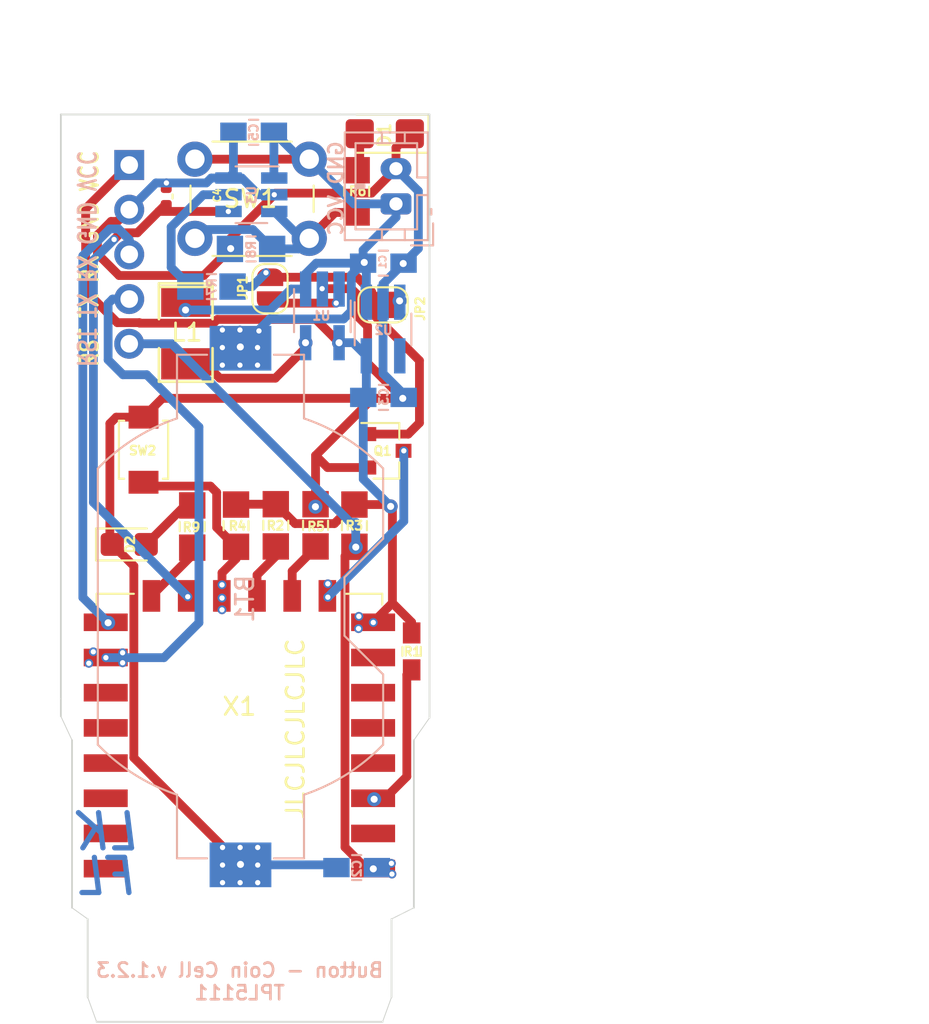
<source format=kicad_pcb>
(kicad_pcb (version 20171130) (host pcbnew "(5.1.9)-1")

  (general
    (thickness 1.6)
    (drawings 28)
    (tracks 249)
    (zones 0)
    (modules 29)
    (nets 22)
  )

  (page A4)
  (layers
    (0 F.Cu signal hide)
    (31 B.Cu signal hide)
    (32 B.Adhes user)
    (33 F.Adhes user)
    (34 B.Paste user)
    (35 F.Paste user hide)
    (36 B.SilkS user)
    (37 F.SilkS user)
    (38 B.Mask user)
    (39 F.Mask user)
    (40 Dwgs.User user)
    (41 Cmts.User user)
    (42 Eco1.User user)
    (43 Eco2.User user)
    (44 Edge.Cuts user)
    (45 Margin user)
    (46 B.CrtYd user hide)
    (47 F.CrtYd user)
    (48 B.Fab user hide)
    (49 F.Fab user)
  )

  (setup
    (last_trace_width 0.25)
    (user_trace_width 0.5)
    (trace_clearance 0.1)
    (zone_clearance 0.508)
    (zone_45_only no)
    (trace_min 0.2)
    (via_size 0.8)
    (via_drill 0.4)
    (via_min_size 0.4)
    (via_min_drill 0.3)
    (user_via 0.5 0.3)
    (uvia_size 0.3)
    (uvia_drill 0.1)
    (uvias_allowed no)
    (uvia_min_size 0.2)
    (uvia_min_drill 0.1)
    (edge_width 0.05)
    (segment_width 0.2)
    (pcb_text_width 0.3)
    (pcb_text_size 1.5 1.5)
    (mod_edge_width 0.12)
    (mod_text_size 1 1)
    (mod_text_width 0.15)
    (pad_size 1.524 1.524)
    (pad_drill 0.762)
    (pad_to_mask_clearance 0.051)
    (solder_mask_min_width 0.25)
    (aux_axis_origin 0 0)
    (visible_elements 7FFFFFFF)
    (pcbplotparams
      (layerselection 0x010fc_ffffffff)
      (usegerberextensions false)
      (usegerberattributes false)
      (usegerberadvancedattributes true)
      (creategerberjobfile false)
      (excludeedgelayer true)
      (linewidth 0.150000)
      (plotframeref false)
      (viasonmask false)
      (mode 1)
      (useauxorigin true)
      (hpglpennumber 1)
      (hpglpenspeed 20)
      (hpglpendiameter 15.000000)
      (psnegative false)
      (psa4output false)
      (plotreference true)
      (plotvalue true)
      (plotinvisibletext false)
      (padsonsilk false)
      (subtractmaskfromsilk false)
      (outputformat 1)
      (mirror false)
      (drillshape 0)
      (scaleselection 1)
      (outputdirectory "Gerber/"))
  )

  (net 0 "")
  (net 1 /VCC)
  (net 2 /GND)
  (net 3 /RST)
  (net 4 /RX)
  (net 5 /TX)
  (net 6 /EN)
  (net 7 /GPIO2)
  (net 8 /GPIO0)
  (net 9 "Net-(BT1-Pad1)")
  (net 10 "Net-(L1-Pad2)")
  (net 11 /GPIO15)
  (net 12 "Net-(R7-Pad2)")
  (net 13 "Net-(JP1-Pad2)")
  (net 14 "Net-(JP1-Pad1)")
  (net 15 "Net-(JP2-Pad1)")
  (net 16 /GPIO4)
  (net 17 "Net-(D2-Pad2)")
  (net 18 /GPIO5)
  (net 19 "Net-(D1-Pad2)")
  (net 20 "Net-(R6-Pad2)")
  (net 21 /GND_ESP)

  (net_class Default "This is the default net class."
    (clearance 0.1)
    (trace_width 0.25)
    (via_dia 0.8)
    (via_drill 0.4)
    (uvia_dia 0.3)
    (uvia_drill 0.1)
    (add_net /EN)
    (add_net /GND)
    (add_net /GND_ESP)
    (add_net /GPIO0)
    (add_net /GPIO15)
    (add_net /GPIO2)
    (add_net /GPIO4)
    (add_net /GPIO5)
    (add_net /RST)
    (add_net /RX)
    (add_net /TX)
    (add_net /VCC)
    (add_net "Net-(BT1-Pad1)")
    (add_net "Net-(D1-Pad2)")
    (add_net "Net-(D2-Pad2)")
    (add_net "Net-(JP1-Pad1)")
    (add_net "Net-(JP1-Pad2)")
    (add_net "Net-(JP2-Pad1)")
    (add_net "Net-(L1-Pad2)")
    (add_net "Net-(R6-Pad2)")
    (add_net "Net-(R7-Pad2)")
  )

  (module Capacitor_SMD:C_0402_1005Metric_Pad0.74x0.62mm_HandSolder (layer F.Cu) (tedit 60358546) (tstamp 60343163)
    (at 121.56 55.46 90)
    (descr "Capacitor SMD 0402 (1005 Metric), square (rectangular) end terminal, IPC_7351 nominal with elongated pad for handsoldering. (Body size source: IPC-SM-782 page 76, https://www.pcb-3d.com/wordpress/wp-content/uploads/ipc-sm-782a_amendment_1_and_2.pdf), generated with kicad-footprint-generator")
    (tags "capacitor handsolder")
    (path /6034B321)
    (attr smd)
    (fp_text reference C4 (at 0.0626 2.9 270) (layer F.SilkS)
      (effects (font (size 0.4 0.4) (thickness 0.1)))
    )
    (fp_text value 10nf-100nf (at 0 1.16 90) (layer F.Fab)
      (effects (font (size 1 1) (thickness 0.15)))
    )
    (fp_line (start 1.08 0.46) (end -1.08 0.46) (layer F.CrtYd) (width 0.05))
    (fp_line (start 1.08 -0.46) (end 1.08 0.46) (layer F.CrtYd) (width 0.05))
    (fp_line (start -1.08 -0.46) (end 1.08 -0.46) (layer F.CrtYd) (width 0.05))
    (fp_line (start -1.08 0.46) (end -1.08 -0.46) (layer F.CrtYd) (width 0.05))
    (fp_line (start -0.115835 0.36) (end 0.115835 0.36) (layer F.SilkS) (width 0.12))
    (fp_line (start 0.5 0.25) (end -0.5 0.25) (layer F.Fab) (width 0.1))
    (fp_line (start 0.5 -0.25) (end 0.5 0.25) (layer F.Fab) (width 0.1))
    (fp_line (start -0.5 -0.25) (end 0.5 -0.25) (layer F.Fab) (width 0.1))
    (fp_line (start -0.5 0.25) (end -0.5 -0.25) (layer F.Fab) (width 0.1))
    (fp_text user %R (at 0 0 90) (layer F.Fab)
      (effects (font (size 0.25 0.25) (thickness 0.04)))
    )
    (pad 2 smd roundrect (at 0.5675 0 90) (size 0.735 0.62) (layers F.Cu F.Paste F.Mask) (roundrect_rratio 0.25)
      (net 2 /GND))
    (pad 1 smd roundrect (at -0.5675 0 90) (size 0.735 0.62) (layers F.Cu F.Paste F.Mask) (roundrect_rratio 0.25)
      (net 16 /GPIO4))
    (model ${KISYS3DMOD}/Capacitor_SMD.3dshapes/C_0402_1005Metric.wrl
      (at (xyz 0 0 0))
      (scale (xyz 1 1 1))
      (rotate (xyz 0 0 0))
    )
  )

  (module LED_SMD:LED_0805_2012Metric_Castellated (layer F.Cu) (tedit 603584CA) (tstamp 6032680B)
    (at 119.4562 75.2348)
    (descr "LED SMD 0805 (2012 Metric), castellated end terminal, IPC_7351 nominal, (Body size source: https://docs.google.com/spreadsheets/d/1BsfQQcO9C6DZCsRaXUlFlo91Tg2WpOkGARC1WS5S8t0/edit?usp=sharing), generated with kicad-footprint-generator")
    (tags "LED castellated")
    (path /6032747F)
    (attr smd)
    (fp_text reference D2 (at 0.05 0 90) (layer F.SilkS)
      (effects (font (size 0.5 0.5) (thickness 0.125)))
    )
    (fp_text value LED (at 0 1.6) (layer F.Fab)
      (effects (font (size 1 1) (thickness 0.15)))
    )
    (fp_line (start 1 -0.6) (end -0.7 -0.6) (layer F.Fab) (width 0.1))
    (fp_line (start -0.7 -0.6) (end -1 -0.3) (layer F.Fab) (width 0.1))
    (fp_line (start -1 -0.3) (end -1 0.6) (layer F.Fab) (width 0.1))
    (fp_line (start -1 0.6) (end 1 0.6) (layer F.Fab) (width 0.1))
    (fp_line (start 1 0.6) (end 1 -0.6) (layer F.Fab) (width 0.1))
    (fp_line (start 1 -0.91) (end -1.885 -0.91) (layer F.SilkS) (width 0.12))
    (fp_line (start -1.885 -0.91) (end -1.885 0.91) (layer F.SilkS) (width 0.12))
    (fp_line (start -1.885 0.91) (end 1 0.91) (layer F.SilkS) (width 0.12))
    (fp_line (start -1.88 0.9) (end -1.88 -0.9) (layer F.CrtYd) (width 0.05))
    (fp_line (start -1.88 -0.9) (end 1.88 -0.9) (layer F.CrtYd) (width 0.05))
    (fp_line (start 1.88 -0.9) (end 1.88 0.9) (layer F.CrtYd) (width 0.05))
    (fp_line (start 1.88 0.9) (end -1.88 0.9) (layer F.CrtYd) (width 0.05))
    (fp_text user %R (at 0 0) (layer F.Fab)
      (effects (font (size 0.5 0.5) (thickness 0.08)))
    )
    (pad 2 smd roundrect (at 0.9625 0) (size 1.325 1.3) (layers F.Cu F.Paste F.Mask) (roundrect_rratio 0.1923076923076923)
      (net 17 "Net-(D2-Pad2)"))
    (pad 1 smd roundrect (at -0.9625 0) (size 1.325 1.3) (layers F.Cu F.Paste F.Mask) (roundrect_rratio 0.1923076923076923)
      (net 2 /GND))
    (model ${KISYS3DMOD}/LED_SMD.3dshapes/LED_0805_2012Metric_Castellated.wrl
      (at (xyz 0 0 0))
      (scale (xyz 1 1 1))
      (rotate (xyz 0 0 0))
    )
  )

  (module Package_TO_SOT_SMD:SOT-23 (layer F.Cu) (tedit 5A02FF57) (tstamp 60357853)
    (at 134.0485 69.9135)
    (descr "SOT-23, Standard")
    (tags SOT-23)
    (path /6036A4FF)
    (attr smd)
    (fp_text reference Q1 (at -0.1905 0.00762) (layer F.SilkS)
      (effects (font (size 0.5 0.5) (thickness 0.125)))
    )
    (fp_text value mmbt222 (at 0 2.5) (layer F.Fab)
      (effects (font (size 1 1) (thickness 0.15)))
    )
    (fp_line (start 0.76 1.58) (end -0.7 1.58) (layer F.SilkS) (width 0.12))
    (fp_line (start 0.76 -1.58) (end -1.4 -1.58) (layer F.SilkS) (width 0.12))
    (fp_line (start -1.7 1.75) (end -1.7 -1.75) (layer F.CrtYd) (width 0.05))
    (fp_line (start 1.7 1.75) (end -1.7 1.75) (layer F.CrtYd) (width 0.05))
    (fp_line (start 1.7 -1.75) (end 1.7 1.75) (layer F.CrtYd) (width 0.05))
    (fp_line (start -1.7 -1.75) (end 1.7 -1.75) (layer F.CrtYd) (width 0.05))
    (fp_line (start 0.76 -1.58) (end 0.76 -0.65) (layer F.SilkS) (width 0.12))
    (fp_line (start 0.76 1.58) (end 0.76 0.65) (layer F.SilkS) (width 0.12))
    (fp_line (start -0.7 1.52) (end 0.7 1.52) (layer F.Fab) (width 0.1))
    (fp_line (start 0.7 -1.52) (end 0.7 1.52) (layer F.Fab) (width 0.1))
    (fp_line (start -0.7 -0.95) (end -0.15 -1.52) (layer F.Fab) (width 0.1))
    (fp_line (start -0.15 -1.52) (end 0.7 -1.52) (layer F.Fab) (width 0.1))
    (fp_line (start -0.7 -0.95) (end -0.7 1.5) (layer F.Fab) (width 0.1))
    (fp_text user %R (at 0 0 90) (layer F.Fab)
      (effects (font (size 0.5 0.5) (thickness 0.075)))
    )
    (pad 3 smd rect (at 1 0) (size 0.9 0.8) (layers F.Cu F.Paste F.Mask)
      (net 21 /GND_ESP))
    (pad 2 smd rect (at -1 0.95) (size 0.9 0.8) (layers F.Cu F.Paste F.Mask)
      (net 2 /GND))
    (pad 1 smd rect (at -1 -0.95) (size 0.9 0.8) (layers F.Cu F.Paste F.Mask)
      (net 13 "Net-(JP1-Pad2)"))
    (model ${KISYS3DMOD}/Package_TO_SOT_SMD.3dshapes/SOT-23.wrl
      (at (xyz 0 0 0))
      (scale (xyz 1 1 1))
      (rotate (xyz 0 0 0))
    )
  )

  (module handsolder:R_0603_1608Metric_Pad0.98x0.95mm_HandSolder_mod (layer F.Cu) (tedit 603556D4) (tstamp 60356131)
    (at 135.509 81.314 90)
    (descr "Resistor SMD 0603 (1608 Metric), square (rectangular) end terminal, IPC_7351 nominal with elongated pad for handsoldering. (Body size source: IPC-SM-782 page 72, https://www.pcb-3d.com/wordpress/wp-content/uploads/ipc-sm-782a_amendment_1_and_2.pdf), generated with kicad-footprint-generator")
    (tags "resistor handsolder")
    (path /60362DCD)
    (attr smd)
    (fp_text reference R1 (at -0.01172 0.03556) (layer F.SilkS)
      (effects (font (size 0.5 0.5) (thickness 0.125)))
    )
    (fp_text value 10k (at 0 1.43 90) (layer F.Fab)
      (effects (font (size 1 1) (thickness 0.15)))
    )
    (fp_line (start 1.65 0.73) (end -1.65 0.73) (layer F.CrtYd) (width 0.05))
    (fp_line (start 1.65 -0.73) (end 1.65 0.73) (layer F.CrtYd) (width 0.05))
    (fp_line (start -1.65 -0.73) (end 1.65 -0.73) (layer F.CrtYd) (width 0.05))
    (fp_line (start -1.65 0.73) (end -1.65 -0.73) (layer F.CrtYd) (width 0.05))
    (fp_line (start -0.254724 0.5225) (end 0.254724 0.5225) (layer F.SilkS) (width 0.12))
    (fp_line (start -0.254724 -0.5225) (end 0.254724 -0.5225) (layer F.SilkS) (width 0.12))
    (fp_line (start 0.8 0.4125) (end -0.8 0.4125) (layer F.Fab) (width 0.1))
    (fp_line (start 0.8 -0.4125) (end 0.8 0.4125) (layer F.Fab) (width 0.1))
    (fp_line (start -0.8 -0.4125) (end 0.8 -0.4125) (layer F.Fab) (width 0.1))
    (fp_line (start -0.8 0.4125) (end -0.8 -0.4125) (layer F.Fab) (width 0.1))
    (fp_text user %R (at 0 0 90) (layer F.Fab)
      (effects (font (size 0.4 0.4) (thickness 0.06)))
    )
    (pad 2 smd rect (at 1.05 0 90) (size 1.2 1) (layers F.Cu F.Paste F.Mask)
      (net 1 /VCC))
    (pad 1 smd rect (at -1.05 0 90) (size 1.2 1) (layers F.Cu F.Paste F.Mask)
      (net 6 /EN))
    (model ${KISYS3DMOD}/Resistor_SMD.3dshapes/R_0603_1608Metric.wrl
      (at (xyz 0 0 0))
      (scale (xyz 1 1 1))
      (rotate (xyz 0 0 0))
    )
  )

  (module handsolder:SW_SPST_B3U-1000P_mod (layer F.Cu) (tedit 60353A91) (tstamp 6032692A)
    (at 120.269 69.85 90)
    (descr "Ultra-small-sized Tactile Switch with High Contact Reliability, Top-actuated Model, without Ground Terminal, without Boss")
    (tags "Tactile Switch")
    (path /602CDBD4)
    (attr smd)
    (fp_text reference SW2 (at -0.05 -0.05) (layer F.SilkS)
      (effects (font (size 0.5 0.5) (thickness 0.125)))
    )
    (fp_text value SW_Push (at 0 2.5 90) (layer F.Fab)
      (effects (font (size 1 1) (thickness 0.15)))
    )
    (fp_line (start -2.5 1.65) (end 2.5 1.65) (layer F.CrtYd) (width 0.05))
    (fp_line (start 2.5 1.65) (end 2.5 -1.65) (layer F.CrtYd) (width 0.05))
    (fp_line (start 2.5 -1.65) (end -2.5 -1.65) (layer F.CrtYd) (width 0.05))
    (fp_line (start -2.5 -1.65) (end -2.5 1.65) (layer F.CrtYd) (width 0.05))
    (fp_line (start -1.65 1.1) (end -1.65 1.4) (layer F.SilkS) (width 0.12))
    (fp_line (start -1.65 1.4) (end 1.65 1.4) (layer F.SilkS) (width 0.12))
    (fp_line (start 1.65 1.4) (end 1.65 1.1) (layer F.SilkS) (width 0.12))
    (fp_line (start -1.65 -1.1) (end -1.65 -1.4) (layer F.SilkS) (width 0.12))
    (fp_line (start -1.65 -1.4) (end 1.65 -1.4) (layer F.SilkS) (width 0.12))
    (fp_line (start 1.65 -1.4) (end 1.65 -1.1) (layer F.SilkS) (width 0.12))
    (fp_line (start -1.5 -1.25) (end 1.5 -1.25) (layer F.Fab) (width 0.1))
    (fp_line (start 1.5 -1.25) (end 1.5 1.25) (layer F.Fab) (width 0.1))
    (fp_line (start 1.5 1.25) (end -1.5 1.25) (layer F.Fab) (width 0.1))
    (fp_line (start -1.5 1.25) (end -1.5 -1.25) (layer F.Fab) (width 0.1))
    (fp_circle (center 0 0) (end 0.75 0) (layer F.Fab) (width 0.1))
    (fp_text user %R (at 0 -2.5 90) (layer F.Fab)
      (effects (font (size 1 1) (thickness 0.15)))
    )
    (pad 2 smd rect (at 1.85 0 90) (size 1.3 1.7) (layers F.Cu F.Paste F.Mask)
      (net 2 /GND))
    (pad 1 smd rect (at -1.85 0 90) (size 1.3 1.7) (layers F.Cu F.Paste F.Mask)
      (net 8 /GPIO0))
    (model ${KISYS3DMOD}/Button_Switch_SMD.3dshapes/SW_SPST_B3U-1000P.wrl
      (at (xyz 0 0 0))
      (scale (xyz 1 1 1))
      (rotate (xyz 0 0 0))
    )
  )

  (module handsolder:SW_PUSH_6mm_H8mm_mod (layer F.Cu) (tedit 60353762) (tstamp 60326911)
    (at 123.19 53.34)
    (descr "tactile push button, 6x6mm e.g. PHAP33xx series, height=8mm")
    (tags "tact sw push 6mm")
    (path /602CFCB7)
    (fp_text reference SW1 (at 3.15 2.25) (layer F.SilkS)
      (effects (font (size 1 1) (thickness 0.15)))
    )
    (fp_text value SW_Push (at 3.75 6.7) (layer F.Fab)
      (effects (font (size 1 1) (thickness 0.15)))
    )
    (fp_line (start 3.25 -0.75) (end 6.25 -0.75) (layer F.Fab) (width 0.1))
    (fp_line (start 6.25 -0.75) (end 6.25 5.25) (layer F.Fab) (width 0.1))
    (fp_line (start 6.25 5.25) (end 0.25 5.25) (layer F.Fab) (width 0.1))
    (fp_line (start 0.25 5.25) (end 0.25 -0.75) (layer F.Fab) (width 0.1))
    (fp_line (start 0.25 -0.75) (end 3.25 -0.75) (layer F.Fab) (width 0.1))
    (fp_line (start 7.75 6) (end 8 6) (layer F.CrtYd) (width 0.05))
    (fp_line (start 8 6) (end 8 5.75) (layer F.CrtYd) (width 0.05))
    (fp_line (start 7.75 -1.5) (end 8 -1.5) (layer F.CrtYd) (width 0.05))
    (fp_line (start 8 -1.5) (end 8 -1.25) (layer F.CrtYd) (width 0.05))
    (fp_line (start -1.5 -1.25) (end -1.5 -1.5) (layer F.CrtYd) (width 0.05))
    (fp_line (start -1.5 -1.5) (end -1.25 -1.5) (layer F.CrtYd) (width 0.05))
    (fp_line (start -1.5 5.75) (end -1.5 6) (layer F.CrtYd) (width 0.05))
    (fp_line (start -1.5 6) (end -1.25 6) (layer F.CrtYd) (width 0.05))
    (fp_line (start -1.25 -1.5) (end 7.75 -1.5) (layer F.CrtYd) (width 0.05))
    (fp_line (start -1.5 5.75) (end -1.5 -1.25) (layer F.CrtYd) (width 0.05))
    (fp_line (start 7.75 6) (end -1.25 6) (layer F.CrtYd) (width 0.05))
    (fp_line (start 8 -1.25) (end 8 5.75) (layer F.CrtYd) (width 0.05))
    (fp_line (start 1 5.5) (end 5.5 5.5) (layer F.SilkS) (width 0.12))
    (fp_line (start -0.25 1.5) (end -0.25 3) (layer F.SilkS) (width 0.12))
    (fp_line (start 5.5 -1) (end 1 -1) (layer F.SilkS) (width 0.12))
    (fp_line (start 6.75 3) (end 6.75 1.5) (layer F.SilkS) (width 0.12))
    (fp_circle (center 3.25 2.25) (end 1.25 2.5) (layer F.Fab) (width 0.1))
    (fp_text user %R (at 3.25 2.25) (layer F.Fab)
      (effects (font (size 1 1) (thickness 0.15)))
    )
    (pad 1 thru_hole circle (at 6.5 0 90) (size 2 2) (drill 1.1) (layers *.Cu *.Mask)
      (net 9 "Net-(BT1-Pad1)"))
    (pad 2 thru_hole circle (at 6.5 4.5 90) (size 2 2) (drill 1.1) (layers *.Cu *.Mask)
      (net 20 "Net-(R6-Pad2)"))
    (pad 1 thru_hole circle (at 0 0 90) (size 2 2) (drill 1.1) (layers *.Cu *.Mask)
      (net 9 "Net-(BT1-Pad1)"))
    (pad 2 thru_hole circle (at 0 4.5 90) (size 2 2) (drill 1.1) (layers *.Cu *.Mask)
      (net 20 "Net-(R6-Pad2)"))
    (model ${KISYS3DMOD}/Button_Switch_THT.3dshapes/SW_PUSH_6mm_H8mm.wrl
      (at (xyz 0 0 0))
      (scale (xyz 1 1 1))
      (rotate (xyz 0 0 0))
    )
  )

  (module handsolder:PinSocket_1x05_P2.54mm_Vertical_mod (layer F.Cu) (tedit 603537B0) (tstamp 60326824)
    (at 119.4562 53.6702)
    (descr "Through hole straight socket strip, 1x05, 2.54mm pitch, single row (from Kicad 4.0.7), script generated")
    (tags "Through hole socket strip THT 1x05 2.54mm single row")
    (path /60301345)
    (fp_text reference J1 (at 0 -2.77) (layer F.SilkS) hide
      (effects (font (size 1 1) (thickness 0.15)))
    )
    (fp_text value Conn_01x05_Female (at 0 12.93) (layer F.Fab)
      (effects (font (size 1 1) (thickness 0.15)))
    )
    (fp_line (start -1.27 -1.27) (end 0.635 -1.27) (layer F.Fab) (width 0.1))
    (fp_line (start 0.635 -1.27) (end 1.27 -0.635) (layer F.Fab) (width 0.1))
    (fp_line (start 1.27 -0.635) (end 1.27 11.43) (layer F.Fab) (width 0.1))
    (fp_line (start 1.27 11.43) (end -1.27 11.43) (layer F.Fab) (width 0.1))
    (fp_line (start -1.27 11.43) (end -1.27 -1.27) (layer F.Fab) (width 0.1))
    (fp_line (start -1.8 -1.8) (end 1.75 -1.8) (layer F.CrtYd) (width 0.05))
    (fp_line (start 1.75 -1.8) (end 1.75 11.9) (layer F.CrtYd) (width 0.05))
    (fp_line (start 1.75 11.9) (end -1.8 11.9) (layer F.CrtYd) (width 0.05))
    (fp_line (start -1.8 11.9) (end -1.8 -1.8) (layer F.CrtYd) (width 0.05))
    (fp_text user %R (at 0 5.08 90) (layer F.Fab)
      (effects (font (size 1 1) (thickness 0.15)))
    )
    (pad 5 thru_hole oval (at 0 10.16) (size 1.7 1.7) (drill 1) (layers *.Cu *.Mask)
      (net 3 /RST))
    (pad 4 thru_hole oval (at 0 7.62) (size 1.7 1.7) (drill 1) (layers *.Cu *.Mask)
      (net 5 /TX))
    (pad 3 thru_hole oval (at 0 5.08) (size 1.7 1.7) (drill 1) (layers *.Cu *.Mask)
      (net 4 /RX))
    (pad 2 thru_hole oval (at 0 2.54) (size 1.7 1.7) (drill 1) (layers *.Cu *.Mask)
      (net 2 /GND))
    (pad 1 thru_hole rect (at 0 0) (size 1.7 1.7) (drill 1) (layers *.Cu *.Mask)
      (net 1 /VCC))
    (model ${KISYS3DMOD}/Connector_PinSocket_2.54mm.3dshapes/PinSocket_1x05_P2.54mm_Vertical.wrl
      (at (xyz 0 0 0))
      (scale (xyz 1 1 1))
      (rotate (xyz 0 0 0))
    )
  )

  (module handsolder:C_0805_2012handsodermod (layer B.Cu) (tedit 60004493) (tstamp 6034EF3D)
    (at 126.53 51.81 180)
    (descr "Capacitor SMD 0805 (2012 Metric), square (rectangular) end terminal, IPC_7351 nominal with elongated pad for handsoldering. (Body size source: https://docs.google.com/spreadsheets/d/1BsfQQcO9C6DZCsRaXUlFlo91Tg2WpOkGARC1WS5S8t0/edit?usp=sharing), generated with kicad-footprint-generator")
    (tags "capacitor handsolder")
    (path /6034F848)
    (attr smd)
    (fp_text reference C5 (at -0.00264 -0.00092 270) (layer B.SilkS)
      (effects (font (size 0.5 0.5) (thickness 0.125)) (justify mirror))
    )
    (fp_text value 100nF (at 0 -1.65 180) (layer B.Fab) hide
      (effects (font (size 1 1) (thickness 0.15)) (justify mirror))
    )
    (fp_line (start 2.05 -0.95) (end -2 -0.95) (layer B.CrtYd) (width 0.05))
    (fp_line (start 2.05 0.95) (end 2.05 -0.95) (layer B.CrtYd) (width 0.05))
    (fp_line (start -2 0.95) (end 2.05 0.95) (layer B.CrtYd) (width 0.05))
    (fp_line (start -2 -0.95) (end -2 0.95) (layer B.CrtYd) (width 0.05))
    (fp_line (start -0.261252 -0.71) (end 0.261252 -0.71) (layer B.SilkS) (width 0.12))
    (fp_line (start -0.261252 0.71) (end 0.261252 0.71) (layer B.SilkS) (width 0.12))
    (fp_line (start 1 -0.6) (end -1 -0.6) (layer B.Fab) (width 0.1))
    (fp_line (start 1 0.6) (end 1 -0.6) (layer B.Fab) (width 0.1))
    (fp_line (start -1 0.6) (end 1 0.6) (layer B.Fab) (width 0.1))
    (fp_line (start -1 -0.6) (end -1 0.6) (layer B.Fab) (width 0.1))
    (fp_text user %R (at 0 0 180) (layer B.Fab)
      (effects (font (size 0.5 0.5) (thickness 0.08)) (justify mirror))
    )
    (pad 2 smd rect (at 1.15 0 180) (size 1.5 1.1) (layers B.Cu B.Paste B.Mask)
      (net 2 /GND))
    (pad 1 smd rect (at -1.15 0 180) (size 1.5 1.1) (layers B.Cu B.Paste B.Mask)
      (net 9 "Net-(BT1-Pad1)"))
    (model ${KISYS3DMOD}/Capacitor_SMD.3dshapes/C_0805_2012Metric.wrl
      (at (xyz 0 0 0))
      (scale (xyz 1 1 1))
      (rotate (xyz 0 0 0))
    )
  )

  (module handsolder:ESP-12Elesssilk (layer F.Cu) (tedit 60343770) (tstamp 603269A6)
    (at 125.72 90.16 180)
    (descr "Wi-Fi Module, http://wiki.ai-thinker.com/_media/esp8266/docs/aithinker_esp_12f_datasheet_en.pdf")
    (tags "Wi-Fi Module")
    (path /602C0443)
    (attr smd)
    (fp_text reference X1 (at 0 5.715) (layer F.SilkS)
      (effects (font (size 1 1) (thickness 0.15)))
    )
    (fp_text value ESP-12E (at -0.06 -12.78) (layer F.Fab)
      (effects (font (size 1 1) (thickness 0.15)))
    )
    (fp_line (start 5.56 -4.8) (end 8.12 -7.36) (layer Dwgs.User) (width 0.12))
    (fp_line (start 2.56 -4.8) (end 8.12 -10.36) (layer Dwgs.User) (width 0.12))
    (fp_line (start -0.44 -4.8) (end 6.88 -12.12) (layer Dwgs.User) (width 0.12))
    (fp_line (start -3.44 -4.8) (end 3.88 -12.12) (layer Dwgs.User) (width 0.12))
    (fp_line (start -6.44 -4.8) (end 0.88 -12.12) (layer Dwgs.User) (width 0.12))
    (fp_line (start -8.12 -6.12) (end -2.12 -12.12) (layer Dwgs.User) (width 0.12))
    (fp_line (start -8.12 -9.12) (end -5.12 -12.12) (layer Dwgs.User) (width 0.12))
    (fp_line (start -8.12 -4.8) (end -8.12 -12.12) (layer Dwgs.User) (width 0.12))
    (fp_line (start 8.12 -4.8) (end -8.12 -4.8) (layer Dwgs.User) (width 0.12))
    (fp_line (start 8.12 -12.12) (end 8.12 -4.8) (layer Dwgs.User) (width 0.12))
    (fp_line (start -8.12 -12.12) (end 8.12 -12.12) (layer Dwgs.User) (width 0.12))
    (fp_line (start -8.12 12.12) (end -8.12 11.5) (layer F.SilkS) (width 0.12))
    (fp_line (start -6 12.12) (end -8.12 12.12) (layer F.SilkS) (width 0.12))
    (fp_line (start 8.12 12.12) (end 6 12.12) (layer F.SilkS) (width 0.12))
    (fp_line (start 8.12 11.5) (end 8.12 12.12) (layer F.SilkS) (width 0.12))
    (fp_line (start -9.05 13.1) (end -9.05 -12.2) (layer F.CrtYd) (width 0.05))
    (fp_line (start 9.05 13.1) (end -9.05 13.1) (layer F.CrtYd) (width 0.05))
    (fp_line (start 9.05 -12.2) (end 9.05 13.1) (layer F.CrtYd) (width 0.05))
    (fp_line (start -9.05 -12.2) (end 9.05 -12.2) (layer F.CrtYd) (width 0.05))
    (fp_line (start -8 -4) (end -8 -12) (layer F.Fab) (width 0.12))
    (fp_line (start -7.5 -3.5) (end -8 -4) (layer F.Fab) (width 0.12))
    (fp_line (start -8 -3) (end -7.5 -3.5) (layer F.Fab) (width 0.12))
    (fp_line (start -8 12) (end -8 -3) (layer F.Fab) (width 0.12))
    (fp_line (start 8 12) (end -8 12) (layer F.Fab) (width 0.12))
    (fp_line (start 8 -12) (end 8 12) (layer F.Fab) (width 0.12))
    (fp_line (start -8 -12) (end 8 -12) (layer F.Fab) (width 0.12))
    (fp_text user %R (at 0.49 -0.8) (layer F.Fab)
      (effects (font (size 1 1) (thickness 0.15)))
    )
    (fp_text user "KEEP-OUT ZONE" (at 0.03 -9.55 180) (layer Cmts.User)
      (effects (font (size 1 1) (thickness 0.15)))
    )
    (fp_text user Antenna (at -0.06 -7 180) (layer Cmts.User)
      (effects (font (size 1 1) (thickness 0.15)))
    )
    (pad 22 smd rect (at 7.6 -3.5 180) (size 2.5 1) (layers F.Cu F.Paste F.Mask))
    (pad 21 smd rect (at 7.6 -1.5 180) (size 2.5 1) (layers F.Cu F.Paste F.Mask))
    (pad 20 smd rect (at 7.6 0.5 180) (size 2.5 1) (layers F.Cu F.Paste F.Mask))
    (pad 19 smd rect (at 7.6 2.5 180) (size 2.5 1) (layers F.Cu F.Paste F.Mask))
    (pad 18 smd rect (at 7.6 4.5 180) (size 2.5 1) (layers F.Cu F.Paste F.Mask))
    (pad 17 smd rect (at 7.6 6.5 180) (size 2.5 1) (layers F.Cu F.Paste F.Mask))
    (pad 16 smd rect (at 7.6 8.5 180) (size 2.5 1) (layers F.Cu F.Paste F.Mask)
      (net 5 /TX))
    (pad 15 smd rect (at 7.6 10.5 180) (size 2.5 1) (layers F.Cu F.Paste F.Mask)
      (net 4 /RX))
    (pad 14 smd rect (at 5 12 180) (size 1 1.8) (layers F.Cu F.Paste F.Mask)
      (net 18 /GPIO5))
    (pad 13 smd rect (at 3 12 180) (size 1 1.8) (layers F.Cu F.Paste F.Mask)
      (net 16 /GPIO4))
    (pad 12 smd rect (at 1 12 180) (size 1 1.8) (layers F.Cu F.Paste F.Mask)
      (net 8 /GPIO0))
    (pad 11 smd rect (at -1 12 180) (size 1 1.8) (layers F.Cu F.Paste F.Mask)
      (net 7 /GPIO2))
    (pad 10 smd rect (at -3 12 180) (size 1 1.8) (layers F.Cu F.Paste F.Mask)
      (net 11 /GPIO15))
    (pad 9 smd rect (at -5 12 180) (size 1 1.8) (layers F.Cu F.Paste F.Mask)
      (net 21 /GND_ESP))
    (pad 8 smd rect (at -7.6 10.5 180) (size 2.5 1) (layers F.Cu F.Paste F.Mask)
      (net 1 /VCC))
    (pad 7 smd rect (at -7.6 8.5 180) (size 2.5 1) (layers F.Cu F.Paste F.Mask))
    (pad 6 smd rect (at -7.6 6.5 180) (size 2.5 1) (layers F.Cu F.Paste F.Mask))
    (pad 5 smd rect (at -7.6 4.5 180) (size 2.5 1) (layers F.Cu F.Paste F.Mask))
    (pad 4 smd rect (at -7.6 2.5 180) (size 2.5 1) (layers F.Cu F.Paste F.Mask))
    (pad 3 smd rect (at -7.6 0.5 180) (size 2.5 1) (layers F.Cu F.Paste F.Mask)
      (net 6 /EN))
    (pad 2 smd rect (at -7.6 -1.5 180) (size 2.5 1) (layers F.Cu F.Paste F.Mask))
    (pad 1 smd rect (at -7.6 -3.5 180) (size 2.5 1) (layers F.Cu F.Paste F.Mask)
      (net 3 /RST))
    (model ${KISYS3DMOD}/RF_Module.3dshapes/ESP-12E.wrl
      (at (xyz 0 0 0))
      (scale (xyz 1 1 1))
      (rotate (xyz 0 0 0))
    )
  )

  (module handsolder:SMD-1210_Pol_inductor (layer F.Cu) (tedit 592F1991) (tstamp 60326859)
    (at 122.67 63.192 270)
    (tags "CMS SM")
    (path /602E234D)
    (attr smd)
    (fp_text reference L1 (at -0.00696 -0.0628) (layer F.SilkS)
      (effects (font (size 1 1) (thickness 0.15)))
    )
    (fp_text value "4.7 uH" (at 0 0.762 90) (layer F.Fab)
      (effects (font (size 1 1) (thickness 0.15)))
    )
    (fp_line (start -2.794 -1.524) (end -2.794 1.524) (layer F.SilkS) (width 0.15))
    (fp_line (start 0.889 1.524) (end 2.794 1.524) (layer F.SilkS) (width 0.15))
    (fp_line (start 2.794 1.524) (end 2.794 -1.524) (layer F.SilkS) (width 0.15))
    (fp_line (start 2.794 -1.524) (end 0.889 -1.524) (layer F.SilkS) (width 0.15))
    (fp_line (start -0.762 -1.524) (end -2.794 -1.524) (layer F.SilkS) (width 0.15))
    (fp_line (start -2.594 -1.524) (end -2.594 1.524) (layer F.SilkS) (width 0.15))
    (fp_line (start -2.794 1.524) (end -0.762 1.524) (layer F.SilkS) (width 0.15))
    (pad 1 smd rect (at -1.778 0 270) (size 1.778 2.794) (layers F.Cu F.Paste F.Mask)
      (net 9 "Net-(BT1-Pad1)") (zone_connect 2))
    (pad 2 smd rect (at 1.778 0 270) (size 1.778 2.794) (layers F.Cu F.Paste F.Mask)
      (net 10 "Net-(L1-Pad2)"))
    (model SMD_Packages.3dshapes/SMD-1210_Pol.wrl
      (at (xyz 0 0 0))
      (scale (xyz 0.2 0.2 0.2))
      (rotate (xyz 0 0 0))
    )
  )

  (module handsolder:SOT-23-5_HandSolderingmod (layer B.Cu) (tedit 60023824) (tstamp 60329F06)
    (at 130.43408 62.27064 270)
    (descr "5-pin SOT23 package")
    (tags "SOT-23-5 hand-soldering")
    (path /6033543B)
    (attr smd)
    (fp_text reference U1 (at -0.03048 0.05588 180) (layer B.SilkS)
      (effects (font (size 0.5 0.5) (thickness 0.125)) (justify mirror))
    )
    (fp_text value TPS61097A (at 10.287 -1.143 270) (layer B.SilkS) hide
      (effects (font (size 1 1) (thickness 0.15)) (justify mirror))
    )
    (fp_line (start -0.9 -1.61) (end 0.9 -1.61) (layer B.SilkS) (width 0.12))
    (fp_line (start 0.9 1.61) (end -1.55 1.61) (layer B.SilkS) (width 0.12))
    (fp_line (start -0.9 0.9) (end -0.25 1.55) (layer B.Fab) (width 0.1))
    (fp_line (start 0.9 1.55) (end -0.25 1.55) (layer B.Fab) (width 0.1))
    (fp_line (start -0.9 0.9) (end -0.9 -1.55) (layer B.Fab) (width 0.1))
    (fp_line (start 0.9 -1.55) (end -0.9 -1.55) (layer B.Fab) (width 0.1))
    (fp_line (start 0.9 1.55) (end 0.9 -1.55) (layer B.Fab) (width 0.1))
    (fp_line (start -2.38 1.8) (end 2.38 1.8) (layer B.CrtYd) (width 0.05))
    (fp_line (start -2.38 1.8) (end -2.38 -1.8) (layer B.CrtYd) (width 0.05))
    (fp_line (start 2.38 -1.8) (end 2.38 1.8) (layer B.CrtYd) (width 0.05))
    (fp_line (start 2.38 -1.8) (end -2.38 -1.8) (layer B.CrtYd) (width 0.05))
    (fp_text user %R (at 0 0) (layer B.Fab)
      (effects (font (size 0.5 0.5) (thickness 0.075)) (justify mirror))
    )
    (pad 5 smd rect (at 1.5 0.95 270) (size 2 0.65) (layers B.Cu B.Paste B.Mask)
      (net 10 "Net-(L1-Pad2)"))
    (pad 4 smd rect (at 1.5 -0.95 270) (size 2 0.65) (layers B.Cu B.Paste B.Mask)
      (net 1 /VCC))
    (pad 3 smd rect (at -1.55 -0.95 270) (size 2 0.65) (layers B.Cu B.Paste B.Mask)
      (net 14 "Net-(JP1-Pad1)"))
    (pad 2 smd trapezoid (at -1.55 0 270) (size 2 0.65) (layers B.Cu B.Paste B.Mask)
      (net 2 /GND))
    (pad 1 smd rect (at -1.55 0.95 270) (size 2 0.65) (layers B.Cu B.Paste B.Mask)
      (net 9 "Net-(BT1-Pad1)"))
    (model ${KISYS3DMOD}/Package_TO_SOT_SMD.3dshapes/SOT-23-5.wrl
      (at (xyz 0 0 0))
      (scale (xyz 1 1 1))
      (rotate (xyz 0 0 0))
    )
  )

  (module Jumper:SolderJumper-2_P1.3mm_Open_RoundedPad1.0x1.5mm (layer F.Cu) (tedit 6032783A) (tstamp 60326836)
    (at 127.46 60.7 90)
    (descr "SMD Solder Jumper, 1x1.5mm, rounded Pads, 0.3mm gap, open")
    (tags "solder jumper open")
    (path /6032A30E)
    (attr virtual)
    (fp_text reference JP1 (at 0.05496 -1.5522 90) (layer F.SilkS)
      (effects (font (size 0.5 0.5) (thickness 0.125)))
    )
    (fp_text value "Jumper Coin Cell" (at 0 1.9 90) (layer F.Fab)
      (effects (font (size 1 1) (thickness 0.15)))
    )
    (fp_line (start -1.4 0.3) (end -1.4 -0.3) (layer F.SilkS) (width 0.12))
    (fp_line (start 0.7 1) (end -0.7 1) (layer F.SilkS) (width 0.12))
    (fp_line (start 1.4 -0.3) (end 1.4 0.3) (layer F.SilkS) (width 0.12))
    (fp_line (start -0.7 -1) (end 0.7 -1) (layer F.SilkS) (width 0.12))
    (fp_line (start -1.5 -1.1) (end 1.4 -1.1) (layer F.CrtYd) (width 0.05))
    (fp_line (start -1.5 -1.1) (end -1.5 1.1) (layer F.CrtYd) (width 0.05))
    (fp_line (start 1.4 1.1) (end 1.4 -1.1) (layer F.CrtYd) (width 0.05))
    (fp_line (start 1.4 1.1) (end -1.5 1.1) (layer F.CrtYd) (width 0.05))
    (fp_arc (start -0.7 -0.3) (end -0.7 -1) (angle -90) (layer F.SilkS) (width 0.12))
    (fp_arc (start -0.7 0.3) (end -1.4 0.3) (angle -90) (layer F.SilkS) (width 0.12))
    (fp_arc (start 0.7 0.3) (end 0.7 1) (angle -90) (layer F.SilkS) (width 0.12))
    (fp_arc (start 0.7 -0.3) (end 1.4 -0.3) (angle -90) (layer F.SilkS) (width 0.12))
    (pad 2 smd custom (at 0.65 0 90) (size 1 0.5) (layers F.Cu F.Mask)
      (net 13 "Net-(JP1-Pad2)") (zone_connect 2)
      (options (clearance outline) (anchor rect))
      (primitives
        (gr_circle (center 0 0.25) (end 0.5 0.25) (width 0))
        (gr_circle (center 0 -0.25) (end 0.5 -0.25) (width 0))
        (gr_poly (pts
           (xy 0 -0.75) (xy -0.5 -0.75) (xy -0.5 0.75) (xy 0 0.75)) (width 0))
      ))
    (pad 1 smd custom (at -0.65 0 90) (size 1 0.5) (layers F.Cu F.Mask)
      (net 14 "Net-(JP1-Pad1)") (zone_connect 2)
      (options (clearance outline) (anchor rect))
      (primitives
        (gr_circle (center 0 0.25) (end 0.5 0.25) (width 0))
        (gr_circle (center 0 -0.25) (end 0.5 -0.25) (width 0))
        (gr_poly (pts
           (xy 0 -0.75) (xy 0.5 -0.75) (xy 0.5 0.75) (xy 0 0.75)) (width 0))
      ))
  )

  (module handsolder:C_0805_2012handsodermod (layer B.Cu) (tedit 60326176) (tstamp 603267C3)
    (at 133.9 59.25 180)
    (descr "Capacitor SMD 0805 (2012 Metric), square (rectangular) end terminal, IPC_7351 nominal with elongated pad for handsoldering. (Body size source: https://docs.google.com/spreadsheets/d/1BsfQQcO9C6DZCsRaXUlFlo91Tg2WpOkGARC1WS5S8t0/edit?usp=sharing), generated with kicad-footprint-generator")
    (tags "capacitor handsolder")
    (path /602D0C1F)
    (attr smd)
    (fp_text reference C1 (at 0.042 0.068 270) (layer B.SilkS)
      (effects (font (size 0.4 0.4) (thickness 0.1)) (justify mirror))
    )
    (fp_text value 10uF (at 0 -1.65 180) (layer B.Fab) hide
      (effects (font (size 1 1) (thickness 0.15)) (justify mirror))
    )
    (fp_line (start -1 -0.6) (end -1 0.6) (layer B.Fab) (width 0.1))
    (fp_line (start -1 0.6) (end 1 0.6) (layer B.Fab) (width 0.1))
    (fp_line (start 1 0.6) (end 1 -0.6) (layer B.Fab) (width 0.1))
    (fp_line (start 1 -0.6) (end -1 -0.6) (layer B.Fab) (width 0.1))
    (fp_line (start -0.261252 0.71) (end 0.261252 0.71) (layer B.SilkS) (width 0.12))
    (fp_line (start -0.261252 -0.71) (end 0.261252 -0.71) (layer B.SilkS) (width 0.12))
    (fp_line (start -2 -0.85) (end -2 0.85) (layer B.CrtYd) (width 0.05))
    (fp_line (start -2 0.85) (end 2.05 0.85) (layer B.CrtYd) (width 0.05))
    (fp_line (start 2.05 0.85) (end 2.05 -0.85) (layer B.CrtYd) (width 0.05))
    (fp_line (start 2.05 -0.85) (end -2 -0.85) (layer B.CrtYd) (width 0.05))
    (fp_text user %R (at 0 0 180) (layer B.Fab)
      (effects (font (size 0.5 0.5) (thickness 0.08)) (justify mirror))
    )
    (pad 2 smd rect (at 1.15 0 180) (size 1.5 1.1) (layers B.Cu B.Paste B.Mask)
      (net 9 "Net-(BT1-Pad1)"))
    (pad 1 smd rect (at -1.15 0 180) (size 1.5 1.1) (layers B.Cu B.Paste B.Mask)
      (net 2 /GND))
    (model ${KISYS3DMOD}/Capacitor_SMD.3dshapes/C_0805_2012Metric.wrl
      (at (xyz 0 0 0))
      (scale (xyz 1 1 1))
      (rotate (xyz 0 0 0))
    )
  )

  (module handsolder:SOT-23-6handsoldering (layer B.Cu) (tedit 600C9A10) (tstamp 6032696B)
    (at 126.4 55.36 180)
    (descr "6-pin SOT-23 package")
    (tags SOT-23-6)
    (path /6031B6A7)
    (attr smd)
    (fp_text reference U3 (at -0.02088 -0.012 270) (layer B.SilkS)
      (effects (font (size 0.5 0.5) (thickness 0.125)) (justify mirror))
    )
    (fp_text value TPL5111 (at 0 -2.9) (layer B.Fab)
      (effects (font (size 1 1) (thickness 0.15)) (justify mirror))
    )
    (fp_line (start -0.9 -1.61) (end 0.9 -1.61) (layer B.SilkS) (width 0.12))
    (fp_line (start 0.9 1.61) (end -1.55 1.61) (layer B.SilkS) (width 0.12))
    (fp_line (start 1.9 1.8) (end -1.9 1.8) (layer B.CrtYd) (width 0.05))
    (fp_line (start 1.9 -1.8) (end 1.9 1.8) (layer B.CrtYd) (width 0.05))
    (fp_line (start -1.9 -1.8) (end 1.9 -1.8) (layer B.CrtYd) (width 0.05))
    (fp_line (start -1.9 1.8) (end -1.9 -1.8) (layer B.CrtYd) (width 0.05))
    (fp_line (start -0.9 0.9) (end -0.25 1.55) (layer B.Fab) (width 0.1))
    (fp_line (start 0.9 1.55) (end -0.25 1.55) (layer B.Fab) (width 0.1))
    (fp_line (start -0.9 0.9) (end -0.9 -1.55) (layer B.Fab) (width 0.1))
    (fp_line (start 0.9 -1.55) (end -0.9 -1.55) (layer B.Fab) (width 0.1))
    (fp_line (start 0.9 1.55) (end 0.9 -1.55) (layer B.Fab) (width 0.1))
    (fp_text user %R (at 0 0 90) (layer B.Fab)
      (effects (font (size 0.5 0.5) (thickness 0.075)) (justify mirror))
    )
    (pad 5 smd rect (at 1.3 0 180) (size 1.5 0.65) (layers B.Cu B.Paste B.Mask)
      (net 12 "Net-(R7-Pad2)"))
    (pad 6 smd rect (at 1.3 0.95 180) (size 1.5 0.65) (layers B.Cu B.Paste B.Mask)
      (net 2 /GND))
    (pad 4 smd rect (at 1.3 -0.95 180) (size 1.5 0.65) (layers B.Cu B.Paste B.Mask)
      (net 16 /GPIO4))
    (pad 3 smd rect (at -1.3 -0.95 180) (size 1.5 0.65) (layers B.Cu B.Paste B.Mask)
      (net 20 "Net-(R6-Pad2)"))
    (pad 2 smd rect (at -1.3 0 180) (size 1.5 0.65) (layers B.Cu B.Paste B.Mask)
      (net 2 /GND))
    (pad 1 smd rect (at -1.3 0.95 180) (size 1.5 0.65) (layers B.Cu B.Paste B.Mask)
      (net 9 "Net-(BT1-Pad1)"))
    (model ${KISYS3DMOD}/Package_TO_SOT_SMD.3dshapes/SOT-23-6.wrl
      (at (xyz 0 0 0))
      (scale (xyz 1 1 1))
      (rotate (xyz 0 0 0))
    )
  )

  (module handsolder:SOT-23-5_HandSolderingmod (layer B.Cu) (tedit 60023824) (tstamp 60326955)
    (at 133.8834 63.0174 270)
    (descr "5-pin SOT23 package")
    (tags "SOT-23-5 hand-soldering")
    (path /602F5FBE)
    (attr smd)
    (fp_text reference U2 (at 0.03556 -0.03048) (layer B.SilkS)
      (effects (font (size 0.5 0.5) (thickness 0.125)) (justify mirror))
    )
    (fp_text value AP2112K-3.3 (at 7.62 -1.27 270) (layer B.SilkS) hide
      (effects (font (size 1 1) (thickness 0.15)) (justify mirror))
    )
    (fp_line (start -0.9 -1.61) (end 0.9 -1.61) (layer B.SilkS) (width 0.12))
    (fp_line (start 0.9 1.61) (end -1.55 1.61) (layer B.SilkS) (width 0.12))
    (fp_line (start -0.9 0.9) (end -0.25 1.55) (layer B.Fab) (width 0.1))
    (fp_line (start 0.9 1.55) (end -0.25 1.55) (layer B.Fab) (width 0.1))
    (fp_line (start -0.9 0.9) (end -0.9 -1.55) (layer B.Fab) (width 0.1))
    (fp_line (start 0.9 -1.55) (end -0.9 -1.55) (layer B.Fab) (width 0.1))
    (fp_line (start 0.9 1.55) (end 0.9 -1.55) (layer B.Fab) (width 0.1))
    (fp_line (start -2.38 1.8) (end 2.38 1.8) (layer B.CrtYd) (width 0.05))
    (fp_line (start -2.38 1.8) (end -2.38 -1.8) (layer B.CrtYd) (width 0.05))
    (fp_line (start 2.38 -1.8) (end 2.38 1.8) (layer B.CrtYd) (width 0.05))
    (fp_line (start 2.38 -1.8) (end -2.38 -1.8) (layer B.CrtYd) (width 0.05))
    (fp_text user %R (at 0 0) (layer B.Fab)
      (effects (font (size 0.5 0.5) (thickness 0.075)) (justify mirror))
    )
    (pad 5 smd rect (at 1.5 0.95 270) (size 2 0.65) (layers B.Cu B.Paste B.Mask)
      (net 1 /VCC))
    (pad 4 smd rect (at 1.5 -0.95 270) (size 2 0.65) (layers B.Cu B.Paste B.Mask))
    (pad 3 smd rect (at -1.55 -0.95 270) (size 2 0.65) (layers B.Cu B.Paste B.Mask)
      (net 15 "Net-(JP2-Pad1)"))
    (pad 2 smd trapezoid (at -1.55 0 270) (size 2 0.65) (layers B.Cu B.Paste B.Mask)
      (net 2 /GND))
    (pad 1 smd rect (at -1.55 0.95 270) (size 2 0.65) (layers B.Cu B.Paste B.Mask)
      (net 9 "Net-(BT1-Pad1)"))
    (model ${KISYS3DMOD}/Package_TO_SOT_SMD.3dshapes/SOT-23-5.wrl
      (at (xyz 0 0 0))
      (scale (xyz 1 1 1))
      (rotate (xyz 0 0 0))
    )
  )

  (module handsolder:R_0805_2012handsoldermod (layer F.Cu) (tedit 60004565) (tstamp 603268F2)
    (at 123.0376 74.2188 270)
    (descr "Resistor SMD 0805 (2012 Metric), square (rectangular) end terminal, IPC_7351 nominal with elongated pad for handsoldering. (Body size source: https://docs.google.com/spreadsheets/d/1BsfQQcO9C6DZCsRaXUlFlo91Tg2WpOkGARC1WS5S8t0/edit?usp=sharing), generated with kicad-footprint-generator")
    (tags "resistor handsolder")
    (path /60325E7B)
    (attr smd)
    (fp_text reference R9 (at 0.04064 0.04572) (layer F.SilkS)
      (effects (font (size 0.5 0.5) (thickness 0.125)))
    )
    (fp_text value 1k (at 0 1.65 270) (layer F.Fab) hide
      (effects (font (size 1 1) (thickness 0.15)))
    )
    (fp_line (start -1 0.6) (end -1 -0.6) (layer F.Fab) (width 0.1))
    (fp_line (start -1 -0.6) (end 1 -0.6) (layer F.Fab) (width 0.1))
    (fp_line (start 1 -0.6) (end 1 0.6) (layer F.Fab) (width 0.1))
    (fp_line (start 1 0.6) (end -1 0.6) (layer F.Fab) (width 0.1))
    (fp_line (start -0.261252 -0.71) (end 0.261252 -0.71) (layer F.SilkS) (width 0.12))
    (fp_line (start -0.261252 0.71) (end 0.261252 0.71) (layer F.SilkS) (width 0.12))
    (fp_line (start -2.05 0.95) (end -2.05 -0.95) (layer F.CrtYd) (width 0.05))
    (fp_line (start -2.05 -0.95) (end 2.05 -0.95) (layer F.CrtYd) (width 0.05))
    (fp_line (start 2.05 -0.95) (end 2.05 0.95) (layer F.CrtYd) (width 0.05))
    (fp_line (start 2.05 0.95) (end -2.05 0.95) (layer F.CrtYd) (width 0.05))
    (fp_text user %R (at 0 0 270) (layer F.Fab)
      (effects (font (size 0.5 0.5) (thickness 0.08)))
    )
    (pad 2 smd rect (at 1.2 0 270) (size 1.5 1.5) (layers F.Cu F.Paste F.Mask)
      (net 18 /GPIO5))
    (pad 1 smd rect (at -1.2 0 270) (size 1.5 1.5) (layers F.Cu F.Paste F.Mask)
      (net 17 "Net-(D2-Pad2)"))
    (model ${KISYS3DMOD}/Resistor_SMD.3dshapes/R_0805_2012Metric.wrl
      (at (xyz 0 0 0))
      (scale (xyz 1 1 1))
      (rotate (xyz 0 0 0))
    )
  )

  (module handsolder:R_0805_2012handsoldermod (layer B.Cu) (tedit 60004565) (tstamp 603268E1)
    (at 126.38 58.44 180)
    (descr "Resistor SMD 0805 (2012 Metric), square (rectangular) end terminal, IPC_7351 nominal with elongated pad for handsoldering. (Body size source: https://docs.google.com/spreadsheets/d/1BsfQQcO9C6DZCsRaXUlFlo91Tg2WpOkGARC1WS5S8t0/edit?usp=sharing), generated with kicad-footprint-generator")
    (tags "resistor handsolder")
    (path /6031EA78)
    (attr smd)
    (fp_text reference R8 (at -0.00532 -0.03588 90) (layer B.SilkS)
      (effects (font (size 0.5 0.5) (thickness 0.125)) (justify mirror))
    )
    (fp_text value 10k (at 0 -1.65) (layer B.Fab) hide
      (effects (font (size 1 1) (thickness 0.15)) (justify mirror))
    )
    (fp_line (start -1 -0.6) (end -1 0.6) (layer B.Fab) (width 0.1))
    (fp_line (start -1 0.6) (end 1 0.6) (layer B.Fab) (width 0.1))
    (fp_line (start 1 0.6) (end 1 -0.6) (layer B.Fab) (width 0.1))
    (fp_line (start 1 -0.6) (end -1 -0.6) (layer B.Fab) (width 0.1))
    (fp_line (start -0.261252 0.71) (end 0.261252 0.71) (layer B.SilkS) (width 0.12))
    (fp_line (start -0.261252 -0.71) (end 0.261252 -0.71) (layer B.SilkS) (width 0.12))
    (fp_line (start -2.05 -0.95) (end -2.05 0.95) (layer B.CrtYd) (width 0.05))
    (fp_line (start -2.05 0.95) (end 2.05 0.95) (layer B.CrtYd) (width 0.05))
    (fp_line (start 2.05 0.95) (end 2.05 -0.95) (layer B.CrtYd) (width 0.05))
    (fp_line (start 2.05 -0.95) (end -2.05 -0.95) (layer B.CrtYd) (width 0.05))
    (fp_text user %R (at 0 0) (layer B.Fab)
      (effects (font (size 0.5 0.5) (thickness 0.08)) (justify mirror))
    )
    (pad 2 smd rect (at 1.2 0 180) (size 1.5 1.5) (layers B.Cu B.Paste B.Mask)
      (net 2 /GND))
    (pad 1 smd rect (at -1.2 0 180) (size 1.5 1.5) (layers B.Cu B.Paste B.Mask)
      (net 20 "Net-(R6-Pad2)"))
    (model ${KISYS3DMOD}/Resistor_SMD.3dshapes/R_0805_2012Metric.wrl
      (at (xyz 0 0 0))
      (scale (xyz 1 1 1))
      (rotate (xyz 0 0 0))
    )
  )

  (module handsolder:R_0805_2012handsoldermod (layer B.Cu) (tedit 60004565) (tstamp 603268D0)
    (at 124.1298 60.579 180)
    (descr "Resistor SMD 0805 (2012 Metric), square (rectangular) end terminal, IPC_7351 nominal with elongated pad for handsoldering. (Body size source: https://docs.google.com/spreadsheets/d/1BsfQQcO9C6DZCsRaXUlFlo91Tg2WpOkGARC1WS5S8t0/edit?usp=sharing), generated with kicad-footprint-generator")
    (tags "resistor handsolder")
    (path /602F7A06)
    (attr smd)
    (fp_text reference R7 (at -0.01524 -0.02032 90) (layer B.SilkS)
      (effects (font (size 0.5 0.5) (thickness 0.125)) (justify mirror))
    )
    (fp_text value 10k (at 0 -1.65) (layer B.Fab) hide
      (effects (font (size 1 1) (thickness 0.15)) (justify mirror))
    )
    (fp_line (start -1 -0.6) (end -1 0.6) (layer B.Fab) (width 0.1))
    (fp_line (start -1 0.6) (end 1 0.6) (layer B.Fab) (width 0.1))
    (fp_line (start 1 0.6) (end 1 -0.6) (layer B.Fab) (width 0.1))
    (fp_line (start 1 -0.6) (end -1 -0.6) (layer B.Fab) (width 0.1))
    (fp_line (start -0.261252 0.71) (end 0.261252 0.71) (layer B.SilkS) (width 0.12))
    (fp_line (start -0.261252 -0.71) (end 0.261252 -0.71) (layer B.SilkS) (width 0.12))
    (fp_line (start -2.05 -0.95) (end -2.05 0.95) (layer B.CrtYd) (width 0.05))
    (fp_line (start -2.05 0.95) (end 2.05 0.95) (layer B.CrtYd) (width 0.05))
    (fp_line (start 2.05 0.95) (end 2.05 -0.95) (layer B.CrtYd) (width 0.05))
    (fp_line (start 2.05 -0.95) (end -2.05 -0.95) (layer B.CrtYd) (width 0.05))
    (fp_text user %R (at 0 0) (layer B.Fab)
      (effects (font (size 0.5 0.5) (thickness 0.08)) (justify mirror))
    )
    (pad 2 smd rect (at 1.2 0 180) (size 1.5 1.5) (layers B.Cu B.Paste B.Mask)
      (net 12 "Net-(R7-Pad2)"))
    (pad 1 smd rect (at -1.2 0 180) (size 1.5 1.5) (layers B.Cu B.Paste B.Mask)
      (net 13 "Net-(JP1-Pad2)"))
    (model ${KISYS3DMOD}/Resistor_SMD.3dshapes/R_0805_2012Metric.wrl
      (at (xyz 0 0 0))
      (scale (xyz 1 1 1))
      (rotate (xyz 0 0 0))
    )
  )

  (module handsolder:R_0805_2012handsoldermod (layer F.Cu) (tedit 60004565) (tstamp 603268BF)
    (at 132.3848 55.1688 270)
    (descr "Resistor SMD 0805 (2012 Metric), square (rectangular) end terminal, IPC_7351 nominal with elongated pad for handsoldering. (Body size source: https://docs.google.com/spreadsheets/d/1BsfQQcO9C6DZCsRaXUlFlo91Tg2WpOkGARC1WS5S8t0/edit?usp=sharing), generated with kicad-footprint-generator")
    (tags "resistor handsolder")
    (path /602D454A)
    (attr smd)
    (fp_text reference R6 (at -0.01016 -0.05588) (layer F.SilkS)
      (effects (font (size 0.5 0.5) (thickness 0.125)))
    )
    (fp_text value 1k (at 0 1.65 90) (layer F.Fab) hide
      (effects (font (size 1 1) (thickness 0.15)))
    )
    (fp_line (start -1 0.6) (end -1 -0.6) (layer F.Fab) (width 0.1))
    (fp_line (start -1 -0.6) (end 1 -0.6) (layer F.Fab) (width 0.1))
    (fp_line (start 1 -0.6) (end 1 0.6) (layer F.Fab) (width 0.1))
    (fp_line (start 1 0.6) (end -1 0.6) (layer F.Fab) (width 0.1))
    (fp_line (start -0.261252 -0.71) (end 0.261252 -0.71) (layer F.SilkS) (width 0.12))
    (fp_line (start -0.261252 0.71) (end 0.261252 0.71) (layer F.SilkS) (width 0.12))
    (fp_line (start -2.05 0.95) (end -2.05 -0.95) (layer F.CrtYd) (width 0.05))
    (fp_line (start -2.05 -0.95) (end 2.05 -0.95) (layer F.CrtYd) (width 0.05))
    (fp_line (start 2.05 -0.95) (end 2.05 0.95) (layer F.CrtYd) (width 0.05))
    (fp_line (start 2.05 0.95) (end -2.05 0.95) (layer F.CrtYd) (width 0.05))
    (fp_text user %R (at 0 0 90) (layer F.Fab)
      (effects (font (size 0.5 0.5) (thickness 0.08)))
    )
    (pad 2 smd rect (at 1.2 0 270) (size 1.5 1.5) (layers F.Cu F.Paste F.Mask)
      (net 20 "Net-(R6-Pad2)"))
    (pad 1 smd rect (at -1.2 0 270) (size 1.5 1.5) (layers F.Cu F.Paste F.Mask)
      (net 19 "Net-(D1-Pad2)"))
    (model ${KISYS3DMOD}/Resistor_SMD.3dshapes/R_0805_2012Metric.wrl
      (at (xyz 0 0 0))
      (scale (xyz 1 1 1))
      (rotate (xyz 0 0 0))
    )
  )

  (module handsolder:R_0805_2012handsoldermod (layer F.Cu) (tedit 60004565) (tstamp 603268AE)
    (at 130.048 74.1488 270)
    (descr "Resistor SMD 0805 (2012 Metric), square (rectangular) end terminal, IPC_7351 nominal with elongated pad for handsoldering. (Body size source: https://docs.google.com/spreadsheets/d/1BsfQQcO9C6DZCsRaXUlFlo91Tg2WpOkGARC1WS5S8t0/edit?usp=sharing), generated with kicad-footprint-generator")
    (tags "resistor handsolder")
    (path /602CA91E)
    (attr smd)
    (fp_text reference R5 (at 0.07 -0.0254 180) (layer F.SilkS)
      (effects (font (size 0.5 0.5) (thickness 0.125)))
    )
    (fp_text value 4.7k (at 0 1.65 90) (layer F.Fab) hide
      (effects (font (size 1 1) (thickness 0.15)))
    )
    (fp_line (start -1 0.6) (end -1 -0.6) (layer F.Fab) (width 0.1))
    (fp_line (start -1 -0.6) (end 1 -0.6) (layer F.Fab) (width 0.1))
    (fp_line (start 1 -0.6) (end 1 0.6) (layer F.Fab) (width 0.1))
    (fp_line (start 1 0.6) (end -1 0.6) (layer F.Fab) (width 0.1))
    (fp_line (start -0.261252 -0.71) (end 0.261252 -0.71) (layer F.SilkS) (width 0.12))
    (fp_line (start -0.261252 0.71) (end 0.261252 0.71) (layer F.SilkS) (width 0.12))
    (fp_line (start -2.05 0.95) (end -2.05 -0.95) (layer F.CrtYd) (width 0.05))
    (fp_line (start -2.05 -0.95) (end 2.05 -0.95) (layer F.CrtYd) (width 0.05))
    (fp_line (start 2.05 -0.95) (end 2.05 0.95) (layer F.CrtYd) (width 0.05))
    (fp_line (start 2.05 0.95) (end -2.05 0.95) (layer F.CrtYd) (width 0.05))
    (fp_text user %R (at 0 0 90) (layer F.Fab)
      (effects (font (size 0.5 0.5) (thickness 0.08)))
    )
    (pad 2 smd rect (at 1.2 0 270) (size 1.5 1.5) (layers F.Cu F.Paste F.Mask)
      (net 11 /GPIO15))
    (pad 1 smd rect (at -1.2 0 270) (size 1.5 1.5) (layers F.Cu F.Paste F.Mask)
      (net 2 /GND))
    (model ${KISYS3DMOD}/Resistor_SMD.3dshapes/R_0805_2012Metric.wrl
      (at (xyz 0 0 0))
      (scale (xyz 1 1 1))
      (rotate (xyz 0 0 0))
    )
  )

  (module handsolder:R_0805_2012handsoldermod (layer F.Cu) (tedit 60004565) (tstamp 6032689D)
    (at 125.5268 74.168 270)
    (descr "Resistor SMD 0805 (2012 Metric), square (rectangular) end terminal, IPC_7351 nominal with elongated pad for handsoldering. (Body size source: https://docs.google.com/spreadsheets/d/1BsfQQcO9C6DZCsRaXUlFlo91Tg2WpOkGARC1WS5S8t0/edit?usp=sharing), generated with kicad-footprint-generator")
    (tags "resistor handsolder")
    (path /602CA541)
    (attr smd)
    (fp_text reference R4 (at 0.01524 -0.08128 180) (layer F.SilkS)
      (effects (font (size 0.5 0.5) (thickness 0.125)))
    )
    (fp_text value 10k (at 0 1.65 90) (layer F.Fab) hide
      (effects (font (size 1 1) (thickness 0.15)))
    )
    (fp_line (start -1 0.6) (end -1 -0.6) (layer F.Fab) (width 0.1))
    (fp_line (start -1 -0.6) (end 1 -0.6) (layer F.Fab) (width 0.1))
    (fp_line (start 1 -0.6) (end 1 0.6) (layer F.Fab) (width 0.1))
    (fp_line (start 1 0.6) (end -1 0.6) (layer F.Fab) (width 0.1))
    (fp_line (start -0.261252 -0.71) (end 0.261252 -0.71) (layer F.SilkS) (width 0.12))
    (fp_line (start -0.261252 0.71) (end 0.261252 0.71) (layer F.SilkS) (width 0.12))
    (fp_line (start -2.05 0.95) (end -2.05 -0.95) (layer F.CrtYd) (width 0.05))
    (fp_line (start -2.05 -0.95) (end 2.05 -0.95) (layer F.CrtYd) (width 0.05))
    (fp_line (start 2.05 -0.95) (end 2.05 0.95) (layer F.CrtYd) (width 0.05))
    (fp_line (start 2.05 0.95) (end -2.05 0.95) (layer F.CrtYd) (width 0.05))
    (fp_text user %R (at 0 0 90) (layer F.Fab)
      (effects (font (size 0.5 0.5) (thickness 0.08)))
    )
    (pad 2 smd rect (at 1.2 0 270) (size 1.5 1.5) (layers F.Cu F.Paste F.Mask)
      (net 8 /GPIO0))
    (pad 1 smd rect (at -1.2 0 270) (size 1.5 1.5) (layers F.Cu F.Paste F.Mask)
      (net 1 /VCC))
    (model ${KISYS3DMOD}/Resistor_SMD.3dshapes/R_0805_2012Metric.wrl
      (at (xyz 0 0 0))
      (scale (xyz 1 1 1))
      (rotate (xyz 0 0 0))
    )
  )

  (module handsolder:R_0805_2012handsoldermod (layer F.Cu) (tedit 60004565) (tstamp 6032688C)
    (at 132.2578 74.168 270)
    (descr "Resistor SMD 0805 (2012 Metric), square (rectangular) end terminal, IPC_7351 nominal with elongated pad for handsoldering. (Body size source: https://docs.google.com/spreadsheets/d/1BsfQQcO9C6DZCsRaXUlFlo91Tg2WpOkGARC1WS5S8t0/edit?usp=sharing), generated with kicad-footprint-generator")
    (tags "resistor handsolder")
    (path /602C7954)
    (attr smd)
    (fp_text reference R3 (at 0 0.01016 180) (layer F.SilkS)
      (effects (font (size 0.5 0.5) (thickness 0.125)))
    )
    (fp_text value 10k (at 0 1.65 90) (layer F.Fab) hide
      (effects (font (size 1 1) (thickness 0.15)))
    )
    (fp_line (start -1 0.6) (end -1 -0.6) (layer F.Fab) (width 0.1))
    (fp_line (start -1 -0.6) (end 1 -0.6) (layer F.Fab) (width 0.1))
    (fp_line (start 1 -0.6) (end 1 0.6) (layer F.Fab) (width 0.1))
    (fp_line (start 1 0.6) (end -1 0.6) (layer F.Fab) (width 0.1))
    (fp_line (start -0.261252 -0.71) (end 0.261252 -0.71) (layer F.SilkS) (width 0.12))
    (fp_line (start -0.261252 0.71) (end 0.261252 0.71) (layer F.SilkS) (width 0.12))
    (fp_line (start -2.05 0.95) (end -2.05 -0.95) (layer F.CrtYd) (width 0.05))
    (fp_line (start -2.05 -0.95) (end 2.05 -0.95) (layer F.CrtYd) (width 0.05))
    (fp_line (start 2.05 -0.95) (end 2.05 0.95) (layer F.CrtYd) (width 0.05))
    (fp_line (start 2.05 0.95) (end -2.05 0.95) (layer F.CrtYd) (width 0.05))
    (fp_text user %R (at 0 0 90) (layer F.Fab)
      (effects (font (size 0.5 0.5) (thickness 0.08)))
    )
    (pad 2 smd rect (at 1.2 0 270) (size 1.5 1.5) (layers F.Cu F.Paste F.Mask)
      (net 3 /RST))
    (pad 1 smd rect (at -1.2 0 270) (size 1.5 1.5) (layers F.Cu F.Paste F.Mask)
      (net 1 /VCC))
    (model ${KISYS3DMOD}/Resistor_SMD.3dshapes/R_0805_2012Metric.wrl
      (at (xyz 0 0 0))
      (scale (xyz 1 1 1))
      (rotate (xyz 0 0 0))
    )
  )

  (module handsolder:R_0805_2012handsoldermod (layer F.Cu) (tedit 60004565) (tstamp 6032687B)
    (at 127.7874 74.1488 270)
    (descr "Resistor SMD 0805 (2012 Metric), square (rectangular) end terminal, IPC_7351 nominal with elongated pad for handsoldering. (Body size source: https://docs.google.com/spreadsheets/d/1BsfQQcO9C6DZCsRaXUlFlo91Tg2WpOkGARC1WS5S8t0/edit?usp=sharing), generated with kicad-footprint-generator")
    (tags "resistor handsolder")
    (path /602CC605)
    (attr smd)
    (fp_text reference R2 (at 0.0192 0.02032 180) (layer F.SilkS)
      (effects (font (size 0.5 0.5) (thickness 0.125)))
    )
    (fp_text value 10k (at 0 1.65 90) (layer F.Fab) hide
      (effects (font (size 1 1) (thickness 0.15)))
    )
    (fp_line (start -1 0.6) (end -1 -0.6) (layer F.Fab) (width 0.1))
    (fp_line (start -1 -0.6) (end 1 -0.6) (layer F.Fab) (width 0.1))
    (fp_line (start 1 -0.6) (end 1 0.6) (layer F.Fab) (width 0.1))
    (fp_line (start 1 0.6) (end -1 0.6) (layer F.Fab) (width 0.1))
    (fp_line (start -0.261252 -0.71) (end 0.261252 -0.71) (layer F.SilkS) (width 0.12))
    (fp_line (start -0.261252 0.71) (end 0.261252 0.71) (layer F.SilkS) (width 0.12))
    (fp_line (start -2.05 0.95) (end -2.05 -0.95) (layer F.CrtYd) (width 0.05))
    (fp_line (start -2.05 -0.95) (end 2.05 -0.95) (layer F.CrtYd) (width 0.05))
    (fp_line (start 2.05 -0.95) (end 2.05 0.95) (layer F.CrtYd) (width 0.05))
    (fp_line (start 2.05 0.95) (end -2.05 0.95) (layer F.CrtYd) (width 0.05))
    (fp_text user %R (at 0 0 90) (layer F.Fab)
      (effects (font (size 0.5 0.5) (thickness 0.08)))
    )
    (pad 2 smd rect (at 1.2 0 270) (size 1.5 1.5) (layers F.Cu F.Paste F.Mask)
      (net 7 /GPIO2))
    (pad 1 smd rect (at -1.2 0 270) (size 1.5 1.5) (layers F.Cu F.Paste F.Mask)
      (net 1 /VCC))
    (model ${KISYS3DMOD}/Resistor_SMD.3dshapes/R_0805_2012Metric.wrl
      (at (xyz 0 0 0))
      (scale (xyz 1 1 1))
      (rotate (xyz 0 0 0))
    )
  )

  (module Jumper:SolderJumper-2_P1.3mm_Open_RoundedPad1.0x1.5mm (layer F.Cu) (tedit 5B391E66) (tstamp 60326848)
    (at 133.8834 61.6204 180)
    (descr "SMD Solder Jumper, 1x1.5mm, rounded Pads, 0.3mm gap, open")
    (tags "solder jumper open")
    (path /60326B8C)
    (attr virtual)
    (fp_text reference JP2 (at -2.11328 -0.21336 270) (layer F.SilkS)
      (effects (font (size 0.5 0.5) (thickness 0.125)))
    )
    (fp_text value "Jumper LIPO" (at 0 1.9) (layer F.Fab)
      (effects (font (size 1 1) (thickness 0.15)))
    )
    (fp_line (start -1.4 0.3) (end -1.4 -0.3) (layer F.SilkS) (width 0.12))
    (fp_line (start 0.7 1) (end -0.7 1) (layer F.SilkS) (width 0.12))
    (fp_line (start 1.4 -0.3) (end 1.4 0.3) (layer F.SilkS) (width 0.12))
    (fp_line (start -0.7 -1) (end 0.7 -1) (layer F.SilkS) (width 0.12))
    (fp_line (start -1.65 -1.25) (end 1.65 -1.25) (layer F.CrtYd) (width 0.05))
    (fp_line (start -1.65 -1.25) (end -1.65 1.25) (layer F.CrtYd) (width 0.05))
    (fp_line (start 1.65 1.25) (end 1.65 -1.25) (layer F.CrtYd) (width 0.05))
    (fp_line (start 1.65 1.25) (end -1.65 1.25) (layer F.CrtYd) (width 0.05))
    (fp_arc (start -0.7 -0.3) (end -0.7 -1) (angle -90) (layer F.SilkS) (width 0.12))
    (fp_arc (start -0.7 0.3) (end -1.4 0.3) (angle -90) (layer F.SilkS) (width 0.12))
    (fp_arc (start 0.7 0.3) (end 0.7 1) (angle -90) (layer F.SilkS) (width 0.12))
    (fp_arc (start 0.7 -0.3) (end 1.4 -0.3) (angle -90) (layer F.SilkS) (width 0.12))
    (pad 2 smd custom (at 0.65 0 180) (size 1 0.5) (layers F.Cu F.Mask)
      (net 13 "Net-(JP1-Pad2)") (zone_connect 2)
      (options (clearance outline) (anchor rect))
      (primitives
        (gr_circle (center 0 0.25) (end 0.5 0.25) (width 0))
        (gr_circle (center 0 -0.25) (end 0.5 -0.25) (width 0))
        (gr_poly (pts
           (xy 0 -0.75) (xy -0.5 -0.75) (xy -0.5 0.75) (xy 0 0.75)) (width 0))
      ))
    (pad 1 smd custom (at -0.65 0 180) (size 1 0.5) (layers F.Cu F.Mask)
      (net 15 "Net-(JP2-Pad1)") (zone_connect 2)
      (options (clearance outline) (anchor rect))
      (primitives
        (gr_circle (center 0 0.25) (end 0.5 0.25) (width 0))
        (gr_circle (center 0 -0.25) (end 0.5 -0.25) (width 0))
        (gr_poly (pts
           (xy 0 -0.75) (xy 0.5 -0.75) (xy 0.5 0.75) (xy 0 0.75)) (width 0))
      ))
  )

  (module LED_SMD:LED_1206_3216Metric_Castellated (layer F.Cu) (tedit 5F68FEF1) (tstamp 603267F8)
    (at 133.9824 51.8922 180)
    (descr "LED SMD 1206 (3216 Metric), castellated end terminal, IPC_7351 nominal, (Body size source: http://www.tortai-tech.com/upload/download/2011102023233369053.pdf), generated with kicad-footprint-generator")
    (tags "LED castellated")
    (path /602D28D1)
    (attr smd)
    (fp_text reference D1 (at 0.0176 -0.0922 90) (layer F.SilkS)
      (effects (font (size 0.7 0.7) (thickness 0.15)))
    )
    (fp_text value LED (at 0 1.78) (layer F.Fab)
      (effects (font (size 1 1) (thickness 0.15)))
    )
    (fp_line (start 1.6 -0.8) (end -1.2 -0.8) (layer F.Fab) (width 0.1))
    (fp_line (start -1.2 -0.8) (end -1.6 -0.4) (layer F.Fab) (width 0.1))
    (fp_line (start -1.6 -0.4) (end -1.6 0.8) (layer F.Fab) (width 0.1))
    (fp_line (start -1.6 0.8) (end 1.6 0.8) (layer F.Fab) (width 0.1))
    (fp_line (start 1.6 0.8) (end 1.6 -0.8) (layer F.Fab) (width 0.1))
    (fp_line (start 1.6 -1.085) (end -2.485 -1.085) (layer F.SilkS) (width 0.12))
    (fp_line (start -2.485 -1.085) (end -2.485 1.085) (layer F.SilkS) (width 0.12))
    (fp_line (start -2.485 1.085) (end 1.6 1.085) (layer F.SilkS) (width 0.12))
    (fp_line (start -2.48 1.08) (end -2.48 -1.08) (layer F.CrtYd) (width 0.05))
    (fp_line (start -2.48 -1.08) (end 2.48 -1.08) (layer F.CrtYd) (width 0.05))
    (fp_line (start 2.48 -1.08) (end 2.48 1.08) (layer F.CrtYd) (width 0.05))
    (fp_line (start 2.48 1.08) (end -2.48 1.08) (layer F.CrtYd) (width 0.05))
    (fp_text user %R (at 0 0) (layer F.Fab)
      (effects (font (size 0.8 0.8) (thickness 0.12)))
    )
    (pad 2 smd roundrect (at 1.425 0 180) (size 1.6 1.65) (layers F.Cu F.Paste F.Mask) (roundrect_rratio 0.15625)
      (net 19 "Net-(D1-Pad2)"))
    (pad 1 smd roundrect (at -1.425 0 180) (size 1.6 1.65) (layers F.Cu F.Paste F.Mask) (roundrect_rratio 0.15625)
      (net 2 /GND))
    (model ${KISYS3DMOD}/LED_SMD.3dshapes/LED_1206_3216Metric_Castellated.wrl
      (at (xyz 0 0 0))
      (scale (xyz 1 1 1))
      (rotate (xyz 0 0 0))
    )
  )

  (module handsolder:C_0805_2012handsodermod (layer B.Cu) (tedit 60004493) (tstamp 603267E5)
    (at 133.9088 66.8782)
    (descr "Capacitor SMD 0805 (2012 Metric), square (rectangular) end terminal, IPC_7351 nominal with elongated pad for handsoldering. (Body size source: https://docs.google.com/spreadsheets/d/1BsfQQcO9C6DZCsRaXUlFlo91Tg2WpOkGARC1WS5S8t0/edit?usp=sharing), generated with kicad-footprint-generator")
    (tags "capacitor handsolder")
    (path /602E3D4A)
    (attr smd)
    (fp_text reference C3 (at 0.02032 -0.03048 90) (layer B.SilkS)
      (effects (font (size 0.5 0.5) (thickness 0.125)) (justify mirror))
    )
    (fp_text value 10uF (at 0 -1.65) (layer B.Fab) hide
      (effects (font (size 1 1) (thickness 0.15)) (justify mirror))
    )
    (fp_line (start -1 -0.6) (end -1 0.6) (layer B.Fab) (width 0.1))
    (fp_line (start -1 0.6) (end 1 0.6) (layer B.Fab) (width 0.1))
    (fp_line (start 1 0.6) (end 1 -0.6) (layer B.Fab) (width 0.1))
    (fp_line (start 1 -0.6) (end -1 -0.6) (layer B.Fab) (width 0.1))
    (fp_line (start -0.261252 0.71) (end 0.261252 0.71) (layer B.SilkS) (width 0.12))
    (fp_line (start -0.261252 -0.71) (end 0.261252 -0.71) (layer B.SilkS) (width 0.12))
    (fp_line (start -2 -0.95) (end -2 0.95) (layer B.CrtYd) (width 0.05))
    (fp_line (start -2 0.95) (end 2.05 0.95) (layer B.CrtYd) (width 0.05))
    (fp_line (start 2.05 0.95) (end 2.05 -0.95) (layer B.CrtYd) (width 0.05))
    (fp_line (start 2.05 -0.95) (end -2 -0.95) (layer B.CrtYd) (width 0.05))
    (fp_text user %R (at 0 0) (layer B.Fab)
      (effects (font (size 0.5 0.5) (thickness 0.08)) (justify mirror))
    )
    (pad 2 smd rect (at 1.15 0) (size 1.5 1.1) (layers B.Cu B.Paste B.Mask)
      (net 2 /GND))
    (pad 1 smd rect (at -1.15 0) (size 1.5 1.1) (layers B.Cu B.Paste B.Mask)
      (net 1 /VCC))
    (model ${KISYS3DMOD}/Capacitor_SMD.3dshapes/C_0805_2012Metric.wrl
      (at (xyz 0 0 0))
      (scale (xyz 1 1 1))
      (rotate (xyz 0 0 0))
    )
  )

  (module handsolder:C_0805_2012handsodermod (layer B.Cu) (tedit 60004493) (tstamp 603267D4)
    (at 132.3848 93.599)
    (descr "Capacitor SMD 0805 (2012 Metric), square (rectangular) end terminal, IPC_7351 nominal with elongated pad for handsoldering. (Body size source: https://docs.google.com/spreadsheets/d/1BsfQQcO9C6DZCsRaXUlFlo91Tg2WpOkGARC1WS5S8t0/edit?usp=sharing), generated with kicad-footprint-generator")
    (tags "capacitor handsolder")
    (path /602C896A)
    (attr smd)
    (fp_text reference C2 (at 0.01016 0.06096 90) (layer B.SilkS)
      (effects (font (size 0.5 0.5) (thickness 0.125)) (justify mirror))
    )
    (fp_text value 100nF (at 0 -1.65) (layer B.Fab) hide
      (effects (font (size 1 1) (thickness 0.15)) (justify mirror))
    )
    (fp_line (start -1 -0.6) (end -1 0.6) (layer B.Fab) (width 0.1))
    (fp_line (start -1 0.6) (end 1 0.6) (layer B.Fab) (width 0.1))
    (fp_line (start 1 0.6) (end 1 -0.6) (layer B.Fab) (width 0.1))
    (fp_line (start 1 -0.6) (end -1 -0.6) (layer B.Fab) (width 0.1))
    (fp_line (start -0.261252 0.71) (end 0.261252 0.71) (layer B.SilkS) (width 0.12))
    (fp_line (start -0.261252 -0.71) (end 0.261252 -0.71) (layer B.SilkS) (width 0.12))
    (fp_line (start -2 -0.95) (end -2 0.95) (layer B.CrtYd) (width 0.05))
    (fp_line (start -2 0.95) (end 2.05 0.95) (layer B.CrtYd) (width 0.05))
    (fp_line (start 2.05 0.95) (end 2.05 -0.95) (layer B.CrtYd) (width 0.05))
    (fp_line (start 2.05 -0.95) (end -2 -0.95) (layer B.CrtYd) (width 0.05))
    (fp_text user %R (at 0 0) (layer B.Fab)
      (effects (font (size 0.5 0.5) (thickness 0.08)) (justify mirror))
    )
    (pad 2 smd rect (at 1.15 0) (size 1.5 1.1) (layers B.Cu B.Paste B.Mask)
      (net 3 /RST))
    (pad 1 smd rect (at -1.15 0) (size 1.5 1.1) (layers B.Cu B.Paste B.Mask)
      (net 2 /GND))
    (model ${KISYS3DMOD}/Capacitor_SMD.3dshapes/C_0805_2012Metric.wrl
      (at (xyz 0 0 0))
      (scale (xyz 1 1 1))
      (rotate (xyz 0 0 0))
    )
  )

  (module Connector_JST:JST_PH_B2B-PH-K_1x02_P2.00mm_Vertical (layer B.Cu) (tedit 5B7745C2) (tstamp 603267B2)
    (at 134.62 55.88 90)
    (descr "JST PH series connector, B2B-PH-K (http://www.jst-mfg.com/product/pdf/eng/ePH.pdf), generated with kicad-footprint-generator")
    (tags "connector JST PH side entry")
    (path /602FBA1B)
    (fp_text reference BT2 (at 0.3048 2.6162 270) (layer B.SilkS) hide
      (effects (font (size 1 1) (thickness 0.15)) (justify mirror))
    )
    (fp_text value Battery_Cell (at 1 -4 -90) (layer B.Fab)
      (effects (font (size 1 1) (thickness 0.15)) (justify mirror))
    )
    (fp_line (start -2.06 1.81) (end -2.06 -2.91) (layer B.SilkS) (width 0.12))
    (fp_line (start -2.06 -2.91) (end 4.06 -2.91) (layer B.SilkS) (width 0.12))
    (fp_line (start 4.06 -2.91) (end 4.06 1.81) (layer B.SilkS) (width 0.12))
    (fp_line (start 4.06 1.81) (end -2.06 1.81) (layer B.SilkS) (width 0.12))
    (fp_line (start -0.3 1.81) (end -0.3 2.01) (layer B.SilkS) (width 0.12))
    (fp_line (start -0.3 2.01) (end -0.6 2.01) (layer B.SilkS) (width 0.12))
    (fp_line (start -0.6 2.01) (end -0.6 1.81) (layer B.SilkS) (width 0.12))
    (fp_line (start -0.3 1.91) (end -0.6 1.91) (layer B.SilkS) (width 0.12))
    (fp_line (start 0.5 1.81) (end 0.5 1.2) (layer B.SilkS) (width 0.12))
    (fp_line (start 0.5 1.2) (end -1.45 1.2) (layer B.SilkS) (width 0.12))
    (fp_line (start -1.45 1.2) (end -1.45 -2.3) (layer B.SilkS) (width 0.12))
    (fp_line (start -1.45 -2.3) (end 3.45 -2.3) (layer B.SilkS) (width 0.12))
    (fp_line (start 3.45 -2.3) (end 3.45 1.2) (layer B.SilkS) (width 0.12))
    (fp_line (start 3.45 1.2) (end 1.5 1.2) (layer B.SilkS) (width 0.12))
    (fp_line (start 1.5 1.2) (end 1.5 1.81) (layer B.SilkS) (width 0.12))
    (fp_line (start -2.06 0.5) (end -1.45 0.5) (layer B.SilkS) (width 0.12))
    (fp_line (start -2.06 -0.8) (end -1.45 -0.8) (layer B.SilkS) (width 0.12))
    (fp_line (start 4.06 0.5) (end 3.45 0.5) (layer B.SilkS) (width 0.12))
    (fp_line (start 4.06 -0.8) (end 3.45 -0.8) (layer B.SilkS) (width 0.12))
    (fp_line (start 0.9 -2.3) (end 0.9 -1.8) (layer B.SilkS) (width 0.12))
    (fp_line (start 0.9 -1.8) (end 1.1 -1.8) (layer B.SilkS) (width 0.12))
    (fp_line (start 1.1 -1.8) (end 1.1 -2.3) (layer B.SilkS) (width 0.12))
    (fp_line (start 1 -2.3) (end 1 -1.8) (layer B.SilkS) (width 0.12))
    (fp_line (start -1.11 2.11) (end -2.36 2.11) (layer B.SilkS) (width 0.12))
    (fp_line (start -2.36 2.11) (end -2.36 0.86) (layer B.SilkS) (width 0.12))
    (fp_line (start -1.11 2.11) (end -2.36 2.11) (layer B.Fab) (width 0.1))
    (fp_line (start -2.36 2.11) (end -2.36 0.86) (layer B.Fab) (width 0.1))
    (fp_line (start -1.95 1.7) (end -1.95 -2.8) (layer B.Fab) (width 0.1))
    (fp_line (start -1.95 -2.8) (end 3.95 -2.8) (layer B.Fab) (width 0.1))
    (fp_line (start 3.95 -2.8) (end 3.95 1.7) (layer B.Fab) (width 0.1))
    (fp_line (start 3.95 1.7) (end -1.95 1.7) (layer B.Fab) (width 0.1))
    (fp_line (start -2.45 2.2) (end -2.45 -3.3) (layer B.CrtYd) (width 0.05))
    (fp_line (start -2.45 -3.3) (end 4.45 -3.3) (layer B.CrtYd) (width 0.05))
    (fp_line (start 4.45 -3.3) (end 4.45 2.2) (layer B.CrtYd) (width 0.05))
    (fp_line (start 4.45 2.2) (end -2.45 2.2) (layer B.CrtYd) (width 0.05))
    (fp_text user %R (at 1 -1.5 -90) (layer B.Fab)
      (effects (font (size 1 1) (thickness 0.15)) (justify mirror))
    )
    (pad 2 thru_hole oval (at 2 0 90) (size 1.2 1.75) (drill 0.75) (layers *.Cu *.Mask)
      (net 2 /GND))
    (pad 1 thru_hole roundrect (at 0 0 90) (size 1.2 1.75) (drill 0.75) (layers *.Cu *.Mask) (roundrect_rratio 0.2083325)
      (net 9 "Net-(BT1-Pad1)"))
    (model ${KISYS3DMOD}/Connector_JST.3dshapes/JST_PH_B2B-PH-K_1x02_P2.00mm_Vertical.wrl
      (at (xyz 0 0 0))
      (scale (xyz 1 1 1))
      (rotate (xyz 0 0 0))
    )
  )

  (module Battery:BatteryHolder_Keystone_1058_1x2032 (layer B.Cu) (tedit 589EE147) (tstamp 60326788)
    (at 125.7808 78.7642 270)
    (descr http://www.keyelco.com/product-pdf.cfm?p=14028)
    (tags "Keystone type 1058 coin cell retainer")
    (path /602C3B33)
    (attr smd)
    (fp_text reference BT1 (at -0.44076 -0.24892 270) (layer B.SilkS)
      (effects (font (size 1 1) (thickness 0.15)) (justify mirror))
    )
    (fp_text value Battery_Cell (at 0 9.398 270) (layer B.Fab)
      (effects (font (size 1 1) (thickness 0.15)) (justify mirror))
    )
    (fp_line (start 11.06 -4.11) (end 16.45 -4.11) (layer B.CrtYd) (width 0.05))
    (fp_line (start 16.45 -4.11) (end 16.45 4.11) (layer B.CrtYd) (width 0.05))
    (fp_line (start 16.45 4.11) (end 11.06 4.11) (layer B.CrtYd) (width 0.05))
    (fp_line (start -16.45 4.11) (end -11.06 4.11) (layer B.CrtYd) (width 0.05))
    (fp_line (start -16.45 4.11) (end -16.45 -4.11) (layer B.CrtYd) (width 0.05))
    (fp_line (start -16.45 -4.11) (end -11.06 -4.11) (layer B.CrtYd) (width 0.05))
    (fp_line (start -14.31 -1.9) (end -14.31 -3.61) (layer B.SilkS) (width 0.12))
    (fp_line (start -10.692 -3.61) (end -14.31 -3.61) (layer B.SilkS) (width 0.12))
    (fp_line (start -3.86 -8.11) (end -7.8473 -8.11) (layer B.SilkS) (width 0.12))
    (fp_line (start -1.66 -5.91) (end -3.86 -8.11) (layer B.SilkS) (width 0.12))
    (fp_line (start 1.66 -5.91) (end -1.66 -5.91) (layer B.SilkS) (width 0.12))
    (fp_line (start 1.66 -5.91) (end 3.86 -8.11) (layer B.SilkS) (width 0.12))
    (fp_line (start 7.8473 -8.11) (end 3.86 -8.11) (layer B.SilkS) (width 0.12))
    (fp_line (start 14.31 -1.9) (end 14.31 -3.61) (layer B.SilkS) (width 0.12))
    (fp_line (start 14.31 -3.61) (end 10.692 -3.61) (layer B.SilkS) (width 0.12))
    (fp_line (start 10.692 3.61) (end 14.31 3.61) (layer B.SilkS) (width 0.12))
    (fp_line (start 14.31 1.9) (end 14.31 3.61) (layer B.SilkS) (width 0.12))
    (fp_line (start -7.8473 8.11) (end 7.8473 8.11) (layer B.SilkS) (width 0.12))
    (fp_line (start -14.31 1.9) (end -14.31 3.61) (layer B.SilkS) (width 0.12))
    (fp_line (start -14.31 3.61) (end -10.692 3.61) (layer B.SilkS) (width 0.12))
    (fp_line (start 14.2 -1.9) (end 14.2 -3.5) (layer B.Fab) (width 0.1))
    (fp_line (start 14.2 -3.5) (end 10.61275 -3.5) (layer B.Fab) (width 0.1))
    (fp_line (start 10.61275 3.5) (end 14.2 3.5) (layer B.Fab) (width 0.1))
    (fp_line (start 14.2 3.5) (end 14.2 1.9) (layer B.Fab) (width 0.1))
    (fp_line (start -14.2 -1.9) (end -14.2 -3.5) (layer B.Fab) (width 0.1))
    (fp_line (start -14.2 -3.5) (end -10.61275 -3.5) (layer B.Fab) (width 0.1))
    (fp_line (start 3.9 -8) (end 7.8026 -8) (layer B.Fab) (width 0.1))
    (fp_line (start 1.7 -5.8) (end 3.9 -8) (layer B.Fab) (width 0.1))
    (fp_line (start -1.7 -5.8) (end -3.9 -8) (layer B.Fab) (width 0.1))
    (fp_line (start -1.7 -5.8) (end 1.7 -5.8) (layer B.Fab) (width 0.1))
    (fp_line (start -14.2 3.5) (end -10.61275 3.5) (layer B.Fab) (width 0.1))
    (fp_line (start -14.2 3.5) (end -14.2 1.9) (layer B.Fab) (width 0.1))
    (fp_line (start -3.9 -8) (end -7.8026 -8) (layer B.Fab) (width 0.1))
    (fp_line (start -7.8026 8) (end 7.8026 8) (layer B.Fab) (width 0.1))
    (fp_circle (center 0 0) (end 10 0) (layer Dwgs.User) (width 0.15))
    (fp_arc (start 0 0) (end -10.61275 3.5) (angle -27.4635) (layer B.Fab) (width 0.1))
    (fp_arc (start 0 0) (end 10.61275 -3.5) (angle -27.4635) (layer B.Fab) (width 0.1))
    (fp_arc (start 0 0) (end 10.61275 3.5) (angle 27.4635) (layer B.Fab) (width 0.1))
    (fp_arc (start 0 0) (end -10.61275 -3.5) (angle 27.4635) (layer B.Fab) (width 0.1))
    (fp_arc (start 0 0) (end -10.692 3.61) (angle -27.3) (layer B.SilkS) (width 0.12))
    (fp_arc (start 0 0) (end 10.692 -3.61) (angle -27.3) (layer B.SilkS) (width 0.12))
    (fp_arc (start 0 0) (end 10.692 3.61) (angle 27.3) (layer B.SilkS) (width 0.12))
    (fp_arc (start 0 0) (end -10.692 -3.61) (angle 27.3) (layer B.SilkS) (width 0.12))
    (fp_arc (start 0 0) (end -11.06 4.11) (angle -139.2) (layer B.CrtYd) (width 0.05))
    (fp_arc (start 0 0) (end 11.06 -4.11) (angle -139.2) (layer B.CrtYd) (width 0.05))
    (fp_text user %R (at 0 0 270) (layer B.Fab)
      (effects (font (size 1 1) (thickness 0.15)) (justify mirror))
    )
    (pad 2 smd rect (at 14.68 0 270) (size 2.54 3.51) (layers B.Cu B.Paste B.Mask)
      (net 2 /GND))
    (pad 1 smd rect (at -14.68 0 270) (size 2.54 3.51) (layers B.Cu B.Paste B.Mask)
      (net 9 "Net-(BT1-Pad1)"))
    (model ${KISYS3DMOD}/Battery.3dshapes/BatteryHolder_Keystone_1058_1x2032.wrl
      (at (xyz 0 0 0))
      (scale (xyz 1 1 1))
      (rotate (xyz 0 0 0))
    )
  )

  (dimension 51.689039 (width 0.15) (layer F.Fab)
    (gr_text "51.689 mm" (at 113.476251 76.582597 270.0703879) (layer F.Fab)
      (effects (font (size 1 1) (thickness 0.15)))
    )
    (feature1 (pts (xy 114.808 102.4255) (xy 114.22158 102.42622)))
    (feature2 (pts (xy 114.7445 50.7365) (xy 114.15808 50.73722)))
    (crossbar (pts (xy 114.7445 50.7365) (xy 114.808 102.4255)))
    (arrow1a (pts (xy 114.808 102.4255) (xy 114.220196 101.299718)))
    (arrow1b (pts (xy 114.808 102.4255) (xy 115.393036 101.298277)))
    (arrow2a (pts (xy 114.7445 50.7365) (xy 114.159464 51.863723)))
    (arrow2b (pts (xy 114.7445 50.7365) (xy 115.332304 51.862282)))
  )
  (dimension 21.082 (width 0.15) (layer F.Fab)
    (gr_text "21.082 mm" (at 126.111 44.9915) (layer F.Fab)
      (effects (font (size 1 1) (thickness 0.15)))
    )
    (feature1 (pts (xy 115.57 46.2915) (xy 115.57 45.705079)))
    (feature2 (pts (xy 136.652 46.2915) (xy 136.652 45.705079)))
    (crossbar (pts (xy 136.652 46.2915) (xy 115.57 46.2915)))
    (arrow1a (pts (xy 115.57 46.2915) (xy 116.696504 45.705079)))
    (arrow1b (pts (xy 115.57 46.2915) (xy 116.696504 46.877921)))
    (arrow2a (pts (xy 136.652 46.2915) (xy 135.525496 45.705079)))
    (arrow2b (pts (xy 136.652 46.2915) (xy 135.525496 46.877921)))
  )
  (gr_text LK (at 118.237 91.567) (layer B.Cu) (tstamp 60344116)
    (effects (font (size 2 2) (thickness 0.3) italic) (justify mirror))
  )
  (gr_text "V1.2.3\nCoin Cell & LIPO \nTIMER TPL5111" (at 150.876 63.246) (layer F.Fab)
    (effects (font (size 2 2) (thickness 0.3)))
  )
  (gr_text "GND VCC" (at 131.2 55 90) (layer B.SilkS)
    (effects (font (size 0.8 0.8) (thickness 0.15)) (justify mirror))
  )
  (gr_text "RST TX RX GND VCC" (at 117 59 270) (layer B.SilkS) (tstamp 603291EC)
    (effects (font (size 1 0.8) (thickness 0.15)) (justify mirror))
  )
  (gr_text "RST TX RX GND VCC" (at 117.2 59 90) (layer F.SilkS)
    (effects (font (size 1 0.8) (thickness 0.15)))
  )
  (gr_line (start 131.445 50.8) (end 136.525 50.8) (layer Edge.Cuts) (width 0.1) (tstamp 6032904B))
  (gr_line (start 115.57 50.8) (end 131.445 50.8) (layer Edge.Cuts) (width 0.1) (tstamp 60329047))
  (gr_line (start 133.858 102.362) (end 134.366 100.965) (layer Edge.Cuts) (width 0.05) (tstamp 60328FAC))
  (gr_line (start 117.094 100.965) (end 117.602 102.362) (layer Edge.Cuts) (width 0.05) (tstamp 60328FAB))
  (gr_line (start 134.366 96.52) (end 135.636 95.885) (layer Edge.Cuts) (width 0.05) (tstamp 60328ED2))
  (gr_line (start 134.366 96.52) (end 134.366 100.965) (layer Edge.Cuts) (width 0.1) (tstamp 60328EC5))
  (gr_line (start 136.525 85.09) (end 135.636 86.36) (layer Edge.Cuts) (width 0.05) (tstamp 60328EB9))
  (gr_line (start 135.636 86.36) (end 135.636 95.885) (layer Edge.Cuts) (width 0.1) (tstamp 60328EAB))
  (gr_line (start 136.525 80.645) (end 136.525 85.09) (layer Edge.Cuts) (width 0.1) (tstamp 60328E6D))
  (gr_line (start 136.525 78.105) (end 136.525 80.645) (layer Edge.Cuts) (width 0.1) (tstamp 60328E03))
  (gr_line (start 116.205 95.885) (end 117.094 96.52) (layer Edge.Cuts) (width 0.05) (tstamp 60328C85))
  (gr_line (start 116.205 95.885) (end 116.205 86.36) (layer Edge.Cuts) (width 0.1) (tstamp 60328C83))
  (gr_line (start 115.57 85) (end 116.205 86.36) (layer Edge.Cuts) (width 0.05) (tstamp 60328C79))
  (gr_line (start 115.57 85) (end 115.57 84) (layer Edge.Cuts) (width 0.1) (tstamp 60328C75))
  (gr_line (start 115.57 84) (end 115.57 50.8) (layer Edge.Cuts) (width 0.1) (tstamp 60328C73))
  (gr_text FL (at 118.237 94.107) (layer B.Cu)
    (effects (font (size 2 2) (thickness 0.3) italic) (justify mirror))
  )
  (gr_text "Button - Coin Cell v.1.2.3\nTPL5111\n" (at 125.73 100.076) (layer B.SilkS)
    (effects (font (size 0.8 0.8) (thickness 0.15)) (justify mirror))
  )
  (gr_text JLCJLCJLCJLC (at 128.905 85.725 90) (layer F.SilkS)
    (effects (font (size 1 1) (thickness 0.15)))
  )
  (gr_line (start 136.525 50.8) (end 136.525 78.105) (layer Edge.Cuts) (width 0.1))
  (gr_line (start 117.094 100.965) (end 117.094 96.52) (layer Edge.Cuts) (width 0.1))
  (gr_line (start 133.858 102.362) (end 117.602 102.362) (layer Edge.Cuts) (width 0.1))

  (via (at 133.33 79.67) (size 0.5) (drill 0.3) (layers F.Cu B.Cu) (net 1) (status 30))
  (via (at 132.51 79.32) (size 0.5) (drill 0.3) (layers F.Cu B.Cu) (net 1) (status 30))
  (via (at 132.49 80.02) (size 0.5) (drill 0.3) (layers F.Cu B.Cu) (net 1) (status 30))
  (segment (start 132.9334 66.7036) (end 132.7588 66.8782) (width 0.5) (layer B.Cu) (net 1) (status 30))
  (segment (start 132.9334 64.5174) (end 132.9334 66.7036) (width 0.5) (layer B.Cu) (net 1) (status 30))
  (segment (start 132.18664 63.77064) (end 132.9334 64.5174) (width 0.5) (layer B.Cu) (net 1) (status 20))
  (segment (start 132.2578 72.968) (end 132.202 72.968) (width 0.5) (layer F.Cu) (net 1) (status 30))
  (segment (start 128.887401 74.048801) (end 127.7874 72.9488) (width 0.5) (layer F.Cu) (net 1) (status 20))
  (segment (start 131.121199 74.048801) (end 128.887401 74.048801) (width 0.5) (layer F.Cu) (net 1))
  (segment (start 132.202 72.968) (end 131.121199 74.048801) (width 0.5) (layer F.Cu) (net 1) (status 10))
  (segment (start 125.546 72.9488) (end 125.5268 72.968) (width 0.5) (layer F.Cu) (net 1) (status 30))
  (segment (start 127.7874 72.9488) (end 125.546 72.9488) (width 0.5) (layer F.Cu) (net 1) (status 30))
  (segment (start 119.4562 53.6702) (end 116.98 56.1464) (width 0.5) (layer F.Cu) (net 1) (status 10))
  (segment (start 116.98 56.1464) (end 116.98 60.83) (width 0.5) (layer F.Cu) (net 1))
  (segment (start 124.461719 62.445999) (end 130.065999 62.445999) (width 0.5) (layer F.Cu) (net 1))
  (segment (start 124.247718 62.66) (end 124.461719 62.445999) (width 0.5) (layer F.Cu) (net 1))
  (segment (start 120.062002 62.66) (end 124.247718 62.66) (width 0.5) (layer F.Cu) (net 1))
  (segment (start 118.780199 62.630199) (end 120.032201 62.630199) (width 0.5) (layer F.Cu) (net 1))
  (segment (start 116.98 60.83) (end 118.780199 62.630199) (width 0.5) (layer F.Cu) (net 1))
  (segment (start 120.032201 62.630199) (end 120.062002 62.66) (width 0.5) (layer F.Cu) (net 1))
  (segment (start 130.065999 62.445999) (end 131.38 63.76) (width 0.5) (layer F.Cu) (net 1))
  (segment (start 131.38408 63.77064) (end 132.18664 63.77064) (width 0.5) (layer B.Cu) (net 1) (tstamp 6033E81C) (status 10))
  (via (at 131.38408 63.77064) (size 0.8) (drill 0.4) (layers F.Cu B.Cu) (net 1) (status 30))
  (segment (start 133.32 79.66) (end 134.4168 78.5632) (width 0.5) (layer F.Cu) (net 1) (status 10))
  (segment (start 134.4168 78.5632) (end 134.4168 73.0188) (width 0.5) (layer F.Cu) (net 1))
  (via (at 134.31449 73.073186) (size 0.8) (drill 0.4) (layers F.Cu B.Cu) (net 1))
  (segment (start 134.209304 72.968) (end 134.31449 73.073186) (width 0.5) (layer F.Cu) (net 1))
  (segment (start 132.2578 72.968) (end 134.209304 72.968) (width 0.5) (layer F.Cu) (net 1))
  (segment (start 132.7588 66.8782) (end 132.7588 71.517496) (width 0.5) (layer B.Cu) (net 1))
  (segment (start 132.7588 71.517496) (end 134.31449 73.073186) (width 0.5) (layer B.Cu) (net 1))
  (segment (start 135.509 79.6554) (end 134.4168 78.5632) (width 0.5) (layer F.Cu) (net 1))
  (segment (start 135.509 80.264) (end 135.509 79.6554) (width 0.5) (layer F.Cu) (net 1))
  (via (at 130.42 60.7) (size 0.5) (drill 0.3) (layers F.Cu B.Cu) (net 2) (status 30))
  (via (at 125.222 58.42) (size 0.8) (drill 0.4) (layers F.Cu B.Cu) (net 2) (status 30))
  (via (at 127.7 55.36) (size 0.5) (drill 0.3) (layers F.Cu B.Cu) (net 2) (status 30))
  (via (at 125.7808 93.4192) (size 0.8) (drill 0.4) (layers F.Cu B.Cu) (net 2) (status 30))
  (via (at 126.75972 94.456) (size 0.5) (drill 0.3) (layers F.Cu B.Cu) (net 2) (tstamp 6032A0BD) (status 30))
  (via (at 125.75972 94.456) (size 0.5) (drill 0.3) (layers F.Cu B.Cu) (net 2) (tstamp 6032A0BB) (status 30))
  (via (at 124.75972 94.456) (size 0.5) (drill 0.3) (layers F.Cu B.Cu) (net 2) (tstamp 6032A0B9) (status 30))
  (via (at 126.75972 93.456) (size 0.5) (drill 0.3) (layers F.Cu B.Cu) (net 2) (tstamp 6032A0B7) (status 30))
  (via (at 124.75972 93.456) (size 0.5) (drill 0.3) (layers F.Cu B.Cu) (net 2) (tstamp 6032A0B3) (status 30))
  (via (at 126.75972 92.456) (size 0.5) (drill 0.3) (layers F.Cu B.Cu) (net 2) (tstamp 6032A0B1) (status 30))
  (via (at 125.75972 92.456) (size 0.5) (drill 0.3) (layers F.Cu B.Cu) (net 2) (tstamp 6032A0AF) (status 30))
  (via (at 124.75972 92.456) (size 0.5) (drill 0.3) (layers F.Cu B.Cu) (net 2) (status 30))
  (segment (start 134.62 52.6796) (end 135.4074 51.8922) (width 0.5) (layer F.Cu) (net 2) (status 20))
  (segment (start 134.62 53.88) (end 134.62 52.6796) (width 0.5) (layer F.Cu) (net 2) (status 10))
  (segment (start 126.805002 55.36) (end 127.7 55.36) (width 0.5) (layer B.Cu) (net 2) (status 20))
  (segment (start 125.855002 54.41) (end 126.805002 55.36) (width 0.5) (layer B.Cu) (net 2))
  (segment (start 125.1 54.41) (end 125.855002 54.41) (width 0.5) (layer B.Cu) (net 2) (status 10))
  (segment (start 135.255 59.055) (end 135.89 58.42) (width 0.5) (layer B.Cu) (net 2) (status 10))
  (segment (start 135.89 55.15) (end 134.62 53.88) (width 0.5) (layer B.Cu) (net 2) (status 20))
  (segment (start 135.89 58.42) (end 135.89 55.15) (width 0.5) (layer B.Cu) (net 2))
  (segment (start 120.976399 54.690001) (end 119.4562 56.2102) (width 0.5) (layer B.Cu) (net 2) (status 20))
  (segment (start 123.838001 54.690001) (end 121.569999 54.690001) (width 0.5) (layer B.Cu) (net 2))
  (segment (start 124.118002 54.41) (end 123.838001 54.690001) (width 0.5) (layer B.Cu) (net 2))
  (segment (start 125.1 54.41) (end 124.118002 54.41) (width 0.5) (layer B.Cu) (net 2) (status 10))
  (segment (start 133.231201 55.268799) (end 134.62 53.88) (width 0.5) (layer F.Cu) (net 2) (status 20))
  (segment (start 127.791201 55.268799) (end 133.231201 55.268799) (width 0.5) (layer F.Cu) (net 2))
  (segment (start 127.7 55.36) (end 127.791201 55.268799) (width 0.5) (layer F.Cu) (net 2))
  (segment (start 125.222 57.838) (end 127.7 55.36) (width 0.5) (layer F.Cu) (net 2))
  (segment (start 125.222 58.42) (end 125.222 57.838) (width 0.5) (layer F.Cu) (net 2))
  (segment (start 133.8834 60.4266) (end 133.8834 61.4674) (width 0.5) (layer B.Cu) (net 2) (status 20))
  (segment (start 135.255 59.055) (end 133.8834 60.4266) (width 0.5) (layer B.Cu) (net 2) (status 10))
  (segment (start 135.0588 66.697802) (end 135.0588 66.8782) (width 0.5) (layer B.Cu) (net 2) (status 30))
  (segment (start 133.8834 65.522402) (end 135.0588 66.697802) (width 0.5) (layer B.Cu) (net 2) (status 20))
  (segment (start 133.8834 61.4674) (end 133.8834 65.522402) (width 0.5) (layer B.Cu) (net 2) (status 10))
  (segment (start 135.0045 66.9325) (end 135.0807 66.8563) (width 0.5) (layer F.Cu) (net 2) (tstamp 6033E5FE))
  (via (at 135.0045 66.9325) (size 0.8) (drill 0.4) (layers F.Cu B.Cu) (net 2) (status 30))
  (segment (start 130.42 60.7) (end 132.08 60.7) (width 0.5) (layer F.Cu) (net 2))
  (segment (start 132.08 60.7) (end 132.37 60.99) (width 0.5) (layer F.Cu) (net 2))
  (segment (start 132.37 60.99) (end 132.37 62.205692) (width 0.5) (layer F.Cu) (net 2))
  (segment (start 132.37 62.205692) (end 133.004308 62.84) (width 0.5) (layer F.Cu) (net 2))
  (via (at 135.03 59.27) (size 0.8) (drill 0.4) (layers F.Cu B.Cu) (net 2) (status 30))
  (segment (start 118.880199 59.950201) (end 117.65 58.720002) (width 0.5) (layer F.Cu) (net 2))
  (segment (start 123.691799 59.950201) (end 118.880199 59.950201) (width 0.5) (layer F.Cu) (net 2))
  (segment (start 125.222 58.42) (end 123.691799 59.950201) (width 0.5) (layer F.Cu) (net 2))
  (segment (start 118.422543 56.877459) (end 118.788941 56.877459) (width 0.5) (layer F.Cu) (net 2))
  (segment (start 117.65 57.650002) (end 118.422543 56.877459) (width 0.5) (layer F.Cu) (net 2))
  (segment (start 117.65 58.720002) (end 117.65 57.650002) (width 0.5) (layer F.Cu) (net 2))
  (segment (start 118.788941 56.877459) (end 119.4562 56.2102) (width 0.5) (layer F.Cu) (net 2) (status 20))
  (via (at 130.04 73.09) (size 0.8) (drill 0.4) (layers F.Cu B.Cu) (net 2) (status 30))
  (segment (start 131.08 93.4442) (end 131.2348 93.599) (width 0.5) (layer B.Cu) (net 2) (status 30))
  (segment (start 125.7808 93.4442) (end 131.08 93.4442) (width 0.5) (layer B.Cu) (net 2) (status 30))
  (segment (start 118.356999 75.098099) (end 118.356999 68.363001) (width 0.5) (layer F.Cu) (net 2) (status 10))
  (segment (start 118.4937 75.2348) (end 118.356999 75.098099) (width 0.5) (layer F.Cu) (net 2) (status 30))
  (segment (start 121.569999 54.690001) (end 120.976399 54.690001) (width 0.5) (layer B.Cu) (net 2) (tstamp 60343DF4))
  (via (at 121.569999 54.690001) (size 0.5) (drill 0.3) (layers F.Cu B.Cu) (net 2) (status 30))
  (segment (start 125.38 54.13) (end 125.1 54.41) (width 0.5) (layer B.Cu) (net 2) (status 30))
  (segment (start 125.38 51.81) (end 125.38 54.13) (width 0.5) (layer B.Cu) (net 2) (status 30))
  (segment (start 121.3365 66.9325) (end 120.269 68) (width 0.5) (layer F.Cu) (net 2) (status 20))
  (segment (start 135.0045 66.9325) (end 121.3365 66.9325) (width 0.5) (layer F.Cu) (net 2))
  (segment (start 118.72 68) (end 118.356999 68.363001) (width 0.5) (layer F.Cu) (net 2))
  (segment (start 120.269 68) (end 118.72 68) (width 0.5) (layer F.Cu) (net 2) (status 10))
  (segment (start 133.004308 64.932308) (end 135.0045 66.9325) (width 0.5) (layer F.Cu) (net 2))
  (segment (start 133.004308 62.84) (end 133.004308 64.932308) (width 0.5) (layer F.Cu) (net 2))
  (segment (start 133.297998 66.9325) (end 135.0045 66.9325) (width 0.5) (layer F.Cu) (net 2))
  (segment (start 130.048 70.182498) (end 133.297998 66.9325) (width 0.5) (layer F.Cu) (net 2))
  (segment (start 130.048 72.9488) (end 130.048 70.182498) (width 0.5) (layer F.Cu) (net 2) (status 10))
  (segment (start 130.729002 70.8635) (end 130.048 70.182498) (width 0.5) (layer F.Cu) (net 2))
  (segment (start 133.0485 70.8635) (end 130.729002 70.8635) (width 0.5) (layer F.Cu) (net 2))
  (segment (start 119.720001 87.358401) (end 125.7808 93.4192) (width 0.5) (layer F.Cu) (net 2))
  (segment (start 119.720001 76.461101) (end 119.720001 87.358401) (width 0.5) (layer F.Cu) (net 2))
  (segment (start 118.4937 75.2348) (end 119.720001 76.461101) (width 0.5) (layer F.Cu) (net 2))
  (via (at 132.334 75.3872) (size 0.8) (drill 0.4) (layers F.Cu B.Cu) (net 3) (status 30))
  (via (at 133.33 93.67) (size 0.8) (drill 0.4) (layers F.Cu B.Cu) (net 3) (status 30))
  (via (at 134.36 93.36) (size 0.5) (drill 0.3) (layers F.Cu B.Cu) (net 3) (status 30))
  (via (at 134.39 93.97) (size 0.5) (drill 0.3) (layers F.Cu B.Cu) (net 3) (status 30))
  (segment (start 132.949998 93.67) (end 133.33 93.67) (width 0.5) (layer F.Cu) (net 3) (status 30))
  (segment (start 131.719999 92.440001) (end 132.949998 93.67) (width 0.5) (layer F.Cu) (net 3) (status 20))
  (segment (start 131.719999 75.905801) (end 131.719999 92.440001) (width 0.5) (layer F.Cu) (net 3) (status 10))
  (segment (start 132.2578 75.368) (end 131.719999 75.905801) (width 0.5) (layer F.Cu) (net 3) (status 30))
  (segment (start 132.334 75.3872) (end 132.334 73.984) (width 0.5) (layer B.Cu) (net 3))
  (segment (start 121.871798 63.8302) (end 119.4562 63.8302) (width 0.5) (layer B.Cu) (net 3) (status 20))
  (segment (start 132.025598 73.984) (end 121.871798 63.8302) (width 0.5) (layer B.Cu) (net 3))
  (segment (start 132.334 73.984) (end 132.025598 73.984) (width 0.5) (layer B.Cu) (net 3))
  (via (at 118.256199 79.686001) (size 0.8) (drill 0.4) (layers F.Cu B.Cu) (net 4) (status 30))
  (segment (start 118.256199 79.686001) (end 116.81998 78.249782) (width 0.5) (layer B.Cu) (net 4))
  (segment (start 116.81998 78.249782) (end 116.81998 58.830021) (width 0.5) (layer B.Cu) (net 4))
  (segment (start 116.81998 58.830021) (end 118.347681 57.30232) (width 0.5) (layer B.Cu) (net 4))
  (segment (start 118.347681 57.30232) (end 118.844747 57.30232) (width 0.5) (layer B.Cu) (net 4))
  (segment (start 118.844747 57.30232) (end 119.4562 57.913773) (width 0.5) (layer B.Cu) (net 4) (status 20))
  (segment (start 119.4562 57.913773) (end 119.4562 58.7502) (width 0.5) (layer B.Cu) (net 4) (status 30))
  (via (at 118.13 81.67) (size 0.5) (drill 0.3) (layers F.Cu B.Cu) (net 5) (status 30))
  (via (at 117.414999 81.335001) (size 0.5) (drill 0.3) (layers F.Cu B.Cu) (net 5) (status 30))
  (via (at 119.08 81.39) (size 0.5) (drill 0.3) (layers F.Cu B.Cu) (net 5) (status 30))
  (via (at 119.08 81.96) (size 0.5) (drill 0.3) (layers F.Cu B.Cu) (net 5) (status 30))
  (via (at 117.16 81.99) (size 0.5) (drill 0.3) (layers F.Cu B.Cu) (net 5) (status 30))
  (segment (start 118.256199 64.746199) (end 118.256199 61.543801) (width 0.5) (layer B.Cu) (net 5))
  (segment (start 119.1 65.59) (end 118.256199 64.746199) (width 0.5) (layer B.Cu) (net 5))
  (segment (start 118.5098 61.2902) (end 119.4562 61.2902) (width 0.5) (layer B.Cu) (net 5) (status 20))
  (segment (start 118.256199 61.543801) (end 118.5098 61.2902) (width 0.5) (layer B.Cu) (net 5))
  (segment (start 120.45 65.59) (end 119.1 65.59) (width 0.5) (layer B.Cu) (net 5))
  (segment (start 123.42 68.56) (end 120.45 65.59) (width 0.5) (layer B.Cu) (net 5))
  (segment (start 123.42 79.68) (end 123.42 68.56) (width 0.5) (layer B.Cu) (net 5))
  (segment (start 121.43 81.67) (end 123.42 79.68) (width 0.5) (layer B.Cu) (net 5))
  (segment (start 118.13 81.67) (end 121.43 81.67) (width 0.5) (layer B.Cu) (net 5))
  (via (at 133.378462 89.715862) (size 0.8) (drill 0.4) (layers F.Cu B.Cu) (net 6) (status 30))
  (segment (start 135.23599 82.63701) (end 135.509 82.364) (width 0.5) (layer F.Cu) (net 6) (status 30))
  (segment (start 135.23599 88.424019) (end 135.23599 82.63701) (width 0.5) (layer F.Cu) (net 6) (status 20))
  (segment (start 133.944147 89.715862) (end 135.23599 88.424019) (width 0.5) (layer F.Cu) (net 6) (status 10))
  (segment (start 133.378462 89.715862) (end 133.944147 89.715862) (width 0.5) (layer F.Cu) (net 6) (status 30))
  (segment (start 127.7874 75.3488) (end 127.7874 75.9026) (width 0.5) (layer F.Cu) (net 7) (status 30))
  (segment (start 126.72 76.97) (end 126.72 78.16) (width 0.5) (layer F.Cu) (net 7) (status 20))
  (segment (start 127.7874 75.9026) (end 126.72 76.97) (width 0.5) (layer F.Cu) (net 7) (status 10))
  (via (at 124.73 78.95) (size 0.5) (drill 0.3) (layers F.Cu B.Cu) (net 8) (status 30))
  (via (at 124.73 78.28) (size 0.5) (drill 0.3) (layers F.Cu B.Cu) (net 8) (status 30))
  (via (at 124.73 77.53) (size 0.5) (drill 0.3) (layers F.Cu B.Cu) (net 8) (status 30))
  (segment (start 124.426799 72.277997) (end 124.426799 74.267999) (width 0.5) (layer F.Cu) (net 8))
  (segment (start 124.067601 71.918799) (end 124.426799 72.277997) (width 0.5) (layer F.Cu) (net 8))
  (segment (start 120.163601 71.918799) (end 124.067601 71.918799) (width 0.5) (layer F.Cu) (net 8) (status 10))
  (segment (start 124.426799 74.267999) (end 125.5268 75.368) (width 0.5) (layer F.Cu) (net 8) (status 20))
  (segment (start 125.5268 75.368) (end 125.5268 76.0532) (width 0.5) (layer F.Cu) (net 8) (status 30))
  (segment (start 124.73 76.85) (end 124.73 77.53) (width 0.5) (layer F.Cu) (net 8) (status 20))
  (segment (start 125.5268 76.0532) (end 124.73 76.85) (width 0.5) (layer F.Cu) (net 8) (status 10))
  (via (at 132.8166 59.2074) (size 0.8) (drill 0.4) (layers F.Cu B.Cu) (net 9) (status 30))
  (via (at 125.74972 65.046) (size 0.5) (drill 0.3) (layers F.Cu B.Cu) (net 9) (tstamp 60329DEF) (status 30))
  (via (at 126.74972 65.046) (size 0.5) (drill 0.3) (layers F.Cu B.Cu) (net 9) (tstamp 60329DEE) (status 30))
  (via (at 125.7708 64.0092) (size 0.8) (drill 0.4) (layers F.Cu B.Cu) (net 9) (tstamp 60329DED) (status 30))
  (via (at 124.74972 64.046) (size 0.5) (drill 0.3) (layers F.Cu B.Cu) (net 9) (tstamp 60329DEC) (status 30))
  (via (at 126.83 63.1) (size 0.5) (drill 0.3) (layers F.Cu B.Cu) (net 9) (tstamp 60329DEB) (status 30))
  (via (at 125.74972 63.046) (size 0.5) (drill 0.3) (layers F.Cu B.Cu) (net 9) (tstamp 60329DEA) (status 30))
  (via (at 124.74972 63.046) (size 0.5) (drill 0.3) (layers F.Cu B.Cu) (net 9) (tstamp 60329DE9) (status 30))
  (via (at 124.74972 65.046) (size 0.5) (drill 0.3) (layers F.Cu B.Cu) (net 9) (tstamp 60329DE8) (status 30))
  (via (at 126.74972 64.046) (size 0.5) (drill 0.3) (layers F.Cu B.Cu) (net 9) (tstamp 60329DE7) (status 30))
  (segment (start 134.62 55.88) (end 134.62 56.642) (width 0.5) (layer B.Cu) (net 9) (status 10))
  (segment (start 132.75 58.512) (end 132.75 59.25) (width 0.5) (layer B.Cu) (net 9) (status 20))
  (segment (start 134.62 56.642) (end 132.75 58.512) (width 0.5) (layer B.Cu) (net 9))
  (segment (start 127.444361 62.420639) (end 131.639083 62.420639) (width 0.5) (layer B.Cu) (net 9))
  (segment (start 125.7808 64.0842) (end 127.444361 62.420639) (width 0.5) (layer B.Cu) (net 9) (status 10))
  (segment (start 131.639083 62.420639) (end 132.08 61.979722) (width 0.5) (layer B.Cu) (net 9))
  (segment (start 132.08 59.92) (end 132.75 59.25) (width 0.5) (layer B.Cu) (net 9) (status 20))
  (segment (start 132.08 61.979722) (end 132.08 59.92) (width 0.5) (layer B.Cu) (net 9))
  (segment (start 130.084728 59.25) (end 129.48408 59.850648) (width 0.5) (layer B.Cu) (net 9) (status 20))
  (segment (start 129.48408 59.850648) (end 129.48408 60.72064) (width 0.5) (layer B.Cu) (net 9) (status 30))
  (segment (start 132.75 59.25) (end 130.084728 59.25) (width 0.5) (layer B.Cu) (net 9) (status 10))
  (segment (start 132.9334 59.4334) (end 132.75 59.25) (width 0.5) (layer B.Cu) (net 9) (status 30))
  (segment (start 132.9334 61.4674) (end 132.9334 59.4334) (width 0.5) (layer B.Cu) (net 9) (status 30))
  (segment (start 129.48408 60.72064) (end 128.65908 60.72064) (width 0.5) (layer B.Cu) (net 9) (status 10))
  (via (at 122.6566 61.90999) (size 0.8) (drill 0.4) (layers F.Cu B.Cu) (net 9) (status 30))
  (segment (start 128.65908 60.72064) (end 127.46973 61.90999) (width 0.5) (layer B.Cu) (net 9))
  (segment (start 127.46973 61.90999) (end 122.6566 61.90999) (width 0.5) (layer B.Cu) (net 9))
  (segment (start 132.23 55.88) (end 129.69 53.34) (width 0.5) (layer B.Cu) (net 9) (status 20))
  (segment (start 134.62 55.88) (end 132.23 55.88) (width 0.5) (layer B.Cu) (net 9) (status 10))
  (segment (start 129.21 53.34) (end 127.68 51.81) (width 0.5) (layer B.Cu) (net 9) (status 30))
  (segment (start 129.69 53.34) (end 129.21 53.34) (width 0.5) (layer B.Cu) (net 9) (status 30))
  (segment (start 127.68 54.39) (end 127.7 54.41) (width 0.5) (layer B.Cu) (net 9) (status 30))
  (segment (start 127.68 51.81) (end 127.68 54.39) (width 0.5) (layer B.Cu) (net 9) (status 30))
  (segment (start 123.19 53.34) (end 129.69 53.34) (width 0.5) (layer F.Cu) (net 9) (status 30))
  (via (at 129.4765 63.77178) (size 0.8) (drill 0.4) (layers F.Cu B.Cu) (net 10) (status 30))
  (segment (start 123.785718 64.97) (end 124.601718 65.786) (width 0.5) (layer F.Cu) (net 10) (status 10))
  (segment (start 122.67 64.97) (end 123.785718 64.97) (width 0.5) (layer F.Cu) (net 10) (status 30))
  (segment (start 124.601718 65.786) (end 127.762 65.786) (width 0.5) (layer F.Cu) (net 10))
  (segment (start 129.4765 64.0715) (end 129.4765 63.77178) (width 0.5) (layer F.Cu) (net 10))
  (segment (start 127.762 65.786) (end 129.4765 64.0715) (width 0.5) (layer F.Cu) (net 10))
  (segment (start 130.048 75.3488) (end 130.048 75.422) (width 0.5) (layer F.Cu) (net 11) (status 30))
  (segment (start 128.72 76.75) (end 128.72 78.16) (width 0.5) (layer F.Cu) (net 11) (status 20))
  (segment (start 130.048 75.422) (end 128.72 76.75) (width 0.5) (layer F.Cu) (net 11) (status 10))
  (segment (start 121.839999 59.489199) (end 122.9298 60.579) (width 0.5) (layer B.Cu) (net 12) (status 20))
  (segment (start 121.839999 57.191999) (end 121.839999 59.489199) (width 0.5) (layer B.Cu) (net 12))
  (segment (start 123.671998 55.36) (end 121.839999 57.191999) (width 0.5) (layer B.Cu) (net 12))
  (segment (start 125.1 55.36) (end 123.671998 55.36) (width 0.5) (layer B.Cu) (net 12) (status 10))
  (via (at 127.2286 59.7916) (size 0.5) (drill 0.3) (layers F.Cu B.Cu) (net 13) (status 30))
  (segment (start 126.4412 60.579) (end 127.2286 59.7916) (width 0.5) (layer B.Cu) (net 13))
  (segment (start 125.3298 60.579) (end 126.4412 60.579) (width 0.5) (layer B.Cu) (net 13) (status 10))
  (segment (start 132.410592 60.05) (end 127.46 60.05) (width 0.5) (layer F.Cu) (net 13) (status 20))
  (segment (start 133.2334 61.6204) (end 133.2334 60.872808) (width 0.5) (layer F.Cu) (net 13) (status 10))
  (segment (start 133.2334 60.872808) (end 132.410592 60.05) (width 0.5) (layer F.Cu) (net 13))
  (segment (start 133.0485 68.9635) (end 135.316 68.9635) (width 0.5) (layer F.Cu) (net 13))
  (segment (start 135.316 68.9635) (end 135.9535 68.326) (width 0.5) (layer F.Cu) (net 13))
  (segment (start 133.2334 62.065392) (end 133.2334 61.6204) (width 0.5) (layer F.Cu) (net 13))
  (segment (start 135.9535 64.785492) (end 133.2334 62.065392) (width 0.5) (layer F.Cu) (net 13))
  (segment (start 135.9535 68.326) (end 135.9535 64.785492) (width 0.5) (layer F.Cu) (net 13))
  (via (at 131.22 61.52) (size 0.5) (drill 0.3) (layers F.Cu B.Cu) (net 14) (status 30))
  (segment (start 127.63 61.52) (end 127.46 61.35) (width 0.5) (layer F.Cu) (net 14) (status 30))
  (segment (start 131.22 61.52) (end 127.63 61.52) (width 0.5) (layer F.Cu) (net 14) (status 20))
  (via (at 134.8232 61.3918) (size 0.8) (drill 0.4) (layers F.Cu B.Cu) (net 15) (status 30))
  (via (at 125.09 56.31) (size 0.5) (drill 0.3) (layers F.Cu B.Cu) (net 16) (status 30))
  (via (at 122.7836 78.2066) (size 0.5) (drill 0.3) (layers F.Cu B.Cu) (net 16) (status 30))
  (via (at 118.596214 57.902329) (size 0.5) (drill 0.3) (layers F.Cu B.Cu) (net 16))
  (segment (start 118.976217 57.522326) (end 118.596214 57.902329) (width 0.5) (layer F.Cu) (net 16))
  (segment (start 121.132402 56.31) (end 119.920076 57.522326) (width 0.5) (layer F.Cu) (net 16))
  (segment (start 119.920076 57.522326) (end 118.976217 57.522326) (width 0.5) (layer F.Cu) (net 16))
  (segment (start 125.09 56.31) (end 121.132402 56.31) (width 0.5) (layer F.Cu) (net 16))
  (segment (start 122.7836 78.2066) (end 117.419991 72.842991) (width 0.5) (layer B.Cu) (net 16))
  (segment (start 117.419991 59.078552) (end 118.596214 57.902329) (width 0.5) (layer B.Cu) (net 16))
  (segment (start 117.419991 72.842991) (end 117.419991 59.078552) (width 0.5) (layer B.Cu) (net 16))
  (segment (start 121.414902 56.0275) (end 121.132402 56.31) (width 0.5) (layer F.Cu) (net 16) (status 10))
  (segment (start 121.56 56.0275) (end 121.414902 56.0275) (width 0.5) (layer F.Cu) (net 16) (status 30))
  (segment (start 122.6347 73.0188) (end 120.4187 75.2348) (width 0.5) (layer F.Cu) (net 17) (status 30))
  (segment (start 123.0376 73.0188) (end 122.6347 73.0188) (width 0.5) (layer F.Cu) (net 17) (status 30))
  (segment (start 123.0376 75.8424) (end 120.72 78.16) (width 0.5) (layer F.Cu) (net 18) (status 30))
  (segment (start 123.0376 75.4188) (end 123.0376 75.8424) (width 0.5) (layer F.Cu) (net 18) (status 30))
  (segment (start 132.5574 53.7962) (end 132.3848 53.9688) (width 0.5) (layer F.Cu) (net 19) (status 30))
  (segment (start 132.5574 51.8922) (end 132.5574 53.7962) (width 0.5) (layer F.Cu) (net 19) (status 30))
  (segment (start 126.479999 57.339999) (end 127.58 58.44) (width 0.5) (layer B.Cu) (net 20) (status 20))
  (segment (start 123.690001 57.339999) (end 126.479999 57.339999) (width 0.5) (layer B.Cu) (net 20) (status 10))
  (segment (start 123.19 57.84) (end 123.690001 57.339999) (width 0.5) (layer B.Cu) (net 20) (status 30))
  (segment (start 129.09 58.44) (end 129.69 57.84) (width 0.5) (layer B.Cu) (net 20) (status 30))
  (segment (start 127.58 58.44) (end 129.09 58.44) (width 0.5) (layer B.Cu) (net 20) (status 30))
  (segment (start 129.23 57.84) (end 127.7 56.31) (width 0.5) (layer B.Cu) (net 20) (status 30))
  (segment (start 129.69 57.84) (end 129.23 57.84) (width 0.5) (layer B.Cu) (net 20) (status 30))
  (segment (start 131.1612 56.3688) (end 129.69 57.84) (width 0.5) (layer F.Cu) (net 20) (status 20))
  (segment (start 132.3848 56.3688) (end 131.1612 56.3688) (width 0.5) (layer F.Cu) (net 20) (status 10))
  (via (at 130.7465 77.47) (size 0.5) (drill 0.3) (layers F.Cu B.Cu) (net 21))
  (via (at 135.0645 69.9135) (size 0.5) (drill 0.3) (layers F.Cu B.Cu) (net 21))
  (segment (start 135.0645 69.9135) (end 135.0645 73.914) (width 0.5) (layer B.Cu) (net 21))
  (segment (start 135.0645 73.914) (end 130.7465 78.232) (width 0.5) (layer B.Cu) (net 21))
  (segment (start 130.7465 78.232) (end 130.7465 78.232) (width 0.5) (layer B.Cu) (net 21) (tstamp 60357B1E))
  (via (at 130.7465 78.232) (size 0.5) (drill 0.3) (layers F.Cu B.Cu) (net 21))

)

</source>
